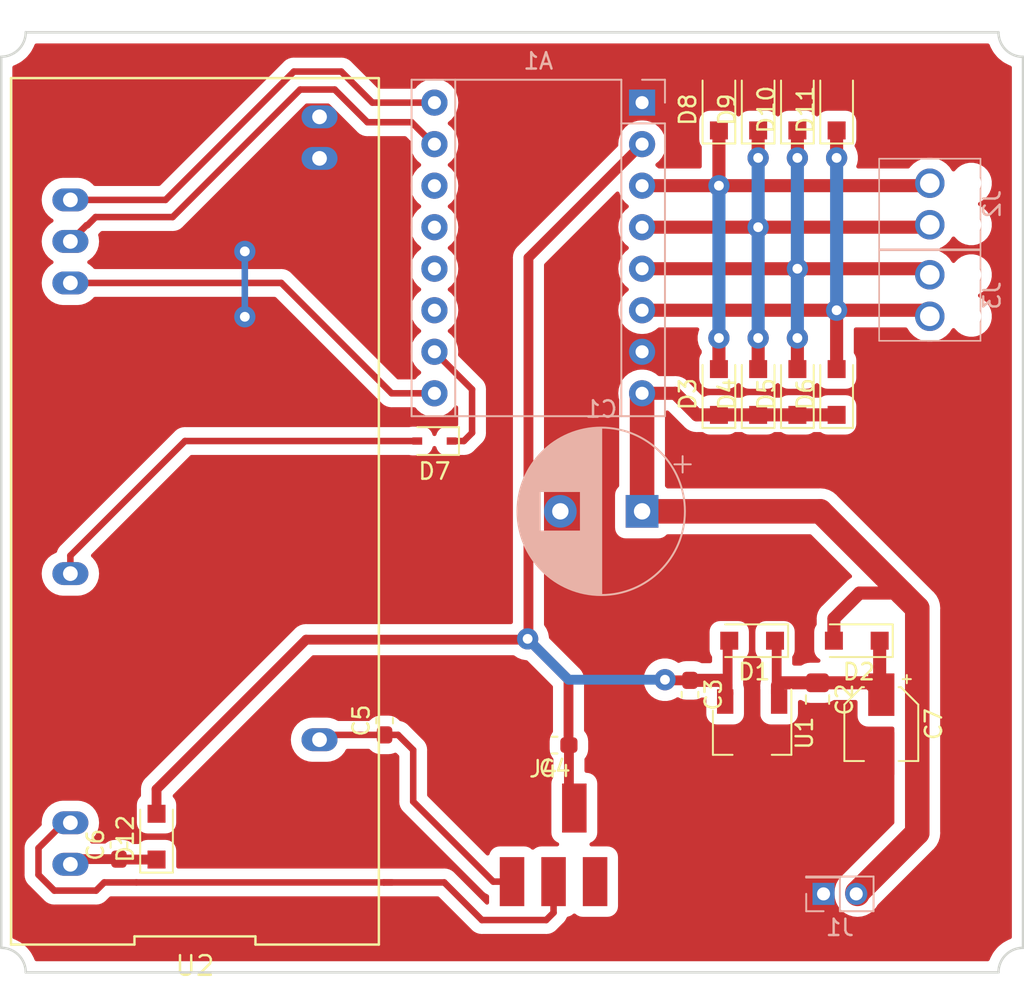
<source format=kicad_pcb>
(kicad_pcb (version 20171130) (host pcbnew "(5.0.0-3-g5ebb6b6)")

  (general
    (thickness 1.6)
    (drawings 8)
    (tracks 146)
    (zones 0)
    (modules 26)
    (nets 21)
  )

  (page A4)
  (layers
    (0 F.Cu signal)
    (31 B.Cu signal)
    (32 B.Adhes user)
    (33 F.Adhes user)
    (34 B.Paste user)
    (35 F.Paste user)
    (36 B.SilkS user)
    (37 F.SilkS user)
    (38 B.Mask user)
    (39 F.Mask user)
    (40 Dwgs.User user)
    (41 Cmts.User user)
    (42 Eco1.User user)
    (43 Eco2.User user)
    (44 Edge.Cuts user)
    (45 Margin user)
    (46 B.CrtYd user)
    (47 F.CrtYd user)
    (48 B.Fab user)
    (49 F.Fab user)
  )

  (setup
    (last_trace_width 0.4)
    (user_trace_width 0.3)
    (user_trace_width 0.6)
    (user_trace_width 0.8)
    (user_trace_width 1)
    (user_trace_width 1.5)
    (user_trace_width 2)
    (user_trace_width 2.5)
    (user_trace_width 3)
    (trace_clearance 0.65)
    (zone_clearance 0.605)
    (zone_45_only no)
    (trace_min 0.3)
    (segment_width 0.15)
    (edge_width 0.15)
    (via_size 1.3)
    (via_drill 0.6)
    (via_min_size 1.3)
    (via_min_drill 0.6)
    (uvia_size 0.3)
    (uvia_drill 0.1)
    (uvias_allowed no)
    (uvia_min_size 0.2)
    (uvia_min_drill 0.1)
    (pcb_text_width 0.3)
    (pcb_text_size 1.5 1.5)
    (mod_edge_width 0.15)
    (mod_text_size 1 1)
    (mod_text_width 0.15)
    (pad_size 1.3 1.3)
    (pad_drill 0.6)
    (pad_to_mask_clearance 0.2)
    (aux_axis_origin 117.7 122.8)
    (visible_elements FFFDFF7F)
    (pcbplotparams
      (layerselection 0x01000_7fffffff)
      (usegerberextensions false)
      (usegerberattributes false)
      (usegerberadvancedattributes false)
      (creategerberjobfile false)
      (excludeedgelayer true)
      (linewidth 0.050000)
      (plotframeref false)
      (viasonmask false)
      (mode 1)
      (useauxorigin true)
      (hpglpennumber 1)
      (hpglpenspeed 20)
      (hpglpendiameter 15.000000)
      (psnegative false)
      (psa4output false)
      (plotreference true)
      (plotvalue true)
      (plotinvisibletext false)
      (padsonsilk false)
      (subtractmaskfromsilk false)
      (outputformat 1)
      (mirror false)
      (drillshape 0)
      (scaleselection 1)
      (outputdirectory "/Users/cc/Documents/GIT_Projekte/Getting_started_with_ROS/Sharp_DistanceSensor/ECAD/MCU_StepperDriverPCB/Gerber/"))
  )

  (net 0 "")
  (net 1 GND)
  (net 2 /STD_En)
  (net 3 +5V)
  (net 4 "Net-(A1-Pad10)")
  (net 5 "Net-(A1-Pad3)")
  (net 6 "Net-(A1-Pad11)")
  (net 7 "Net-(A1-Pad4)")
  (net 8 "Net-(A1-Pad12)")
  (net 9 "Net-(A1-Pad5)")
  (net 10 "Net-(A1-Pad13)")
  (net 11 "Net-(A1-Pad6)")
  (net 12 "Net-(A1-Pad14)")
  (net 13 /STD_Step)
  (net 14 +12V)
  (net 15 /STD_Dir)
  (net 16 "Net-(C2-Pad1)")
  (net 17 /AN_Distance)
  (net 18 "Net-(C6-Pad1)")
  (net 19 "Net-(D7-Pad2)")
  (net 20 /Light_Barrier)

  (net_class Default "Dies ist die voreingestellte Netzklasse."
    (clearance 0.65)
    (trace_width 0.4)
    (via_dia 1.3)
    (via_drill 0.6)
    (uvia_dia 0.3)
    (uvia_drill 0.1)
    (add_net +12V)
    (add_net +5V)
    (add_net /AN_Distance)
    (add_net /Light_Barrier)
    (add_net /STD_Dir)
    (add_net /STD_En)
    (add_net /STD_Step)
    (add_net GND)
    (add_net "Net-(A1-Pad10)")
    (add_net "Net-(A1-Pad11)")
    (add_net "Net-(A1-Pad12)")
    (add_net "Net-(A1-Pad13)")
    (add_net "Net-(A1-Pad14)")
    (add_net "Net-(A1-Pad3)")
    (add_net "Net-(A1-Pad4)")
    (add_net "Net-(A1-Pad5)")
    (add_net "Net-(A1-Pad6)")
    (add_net "Net-(C2-Pad1)")
    (add_net "Net-(C6-Pad1)")
    (add_net "Net-(D7-Pad2)")
  )

  (module SMD_Packages_Millable:SOT-89-3_millable_0.6mm (layer F.Cu) (tedit 5BBF5B03) (tstamp 5BC1F37A)
    (at 164.432582 106.913761 270)
    (descr SOT-89-3)
    (tags SOT-89-3)
    (path /5BBEF1BE)
    (attr smd)
    (fp_text reference U1 (at 0.45 -3.2 270) (layer F.SilkS)
      (effects (font (size 1 1) (thickness 0.15)))
    )
    (fp_text value TA78L05F (at 0.45 3.25 270) (layer F.Fab)
      (effects (font (size 1 1) (thickness 0.15)))
    )
    (fp_text user %R (at 0.38 0) (layer F.Fab)
      (effects (font (size 0.6 0.6) (thickness 0.09)))
    )
    (fp_line (start 1.78 1.2) (end 1.78 2.4) (layer F.SilkS) (width 0.12))
    (fp_line (start 1.78 2.4) (end -0.92 2.4) (layer F.SilkS) (width 0.12))
    (fp_line (start -2.22 -2.4) (end 1.78 -2.4) (layer F.SilkS) (width 0.12))
    (fp_line (start 1.78 -2.4) (end 1.78 -1.2) (layer F.SilkS) (width 0.12))
    (fp_line (start -0.92 -1.51) (end -0.13 -2.3) (layer F.Fab) (width 0.1))
    (fp_line (start 1.68 -2.3) (end 1.68 2.3) (layer F.Fab) (width 0.1))
    (fp_line (start 1.68 2.3) (end -0.92 2.3) (layer F.Fab) (width 0.1))
    (fp_line (start -0.92 2.3) (end -0.92 -1.51) (layer F.Fab) (width 0.1))
    (fp_line (start -0.13 -2.3) (end 1.68 -2.3) (layer F.Fab) (width 0.1))
    (fp_line (start 3.23 -2.55) (end 3.23 2.55) (layer F.CrtYd) (width 0.05))
    (fp_line (start 3.23 -2.55) (end -2.48 -2.55) (layer F.CrtYd) (width 0.05))
    (fp_line (start -2.48 2.55) (end 3.23 2.55) (layer F.CrtYd) (width 0.05))
    (fp_line (start -2.48 2.55) (end -2.48 -2.55) (layer F.CrtYd) (width 0.05))
    (pad 2 smd trapezoid (at 2.667 0 180) (size 1.6 0.85) (rect_delta 0 0.6 ) (layers F.Cu F.Paste F.Mask)
      (net 1 GND))
    (pad 1 smd rect (at -1.48 -1.65 180) (size 1 1.5) (layers F.Cu F.Paste F.Mask)
      (net 16 "Net-(C2-Pad1)"))
    (pad 2 smd rect (at -1.3335 0 180) (size 1 1.8) (layers F.Cu F.Paste F.Mask)
      (net 1 GND))
    (pad 3 smd rect (at -1.48 1.65 180) (size 1 1.5) (layers F.Cu F.Paste F.Mask)
      (net 3 +5V))
    (pad 2 smd rect (at 1.3335 0 180) (size 2.2 1.84) (layers F.Cu F.Paste F.Mask)
      (net 1 GND))
    (pad 2 smd trapezoid (at -0.0762 0) (size 1.5 1) (rect_delta 0 0.7 ) (layers F.Cu F.Paste F.Mask)
      (net 1 GND))
    (model ${KISYS3DMOD}/Package_TO_SOT_SMD.3dshapes/SOT-89-3.wrl
      (at (xyz 0 0 0))
      (scale (xyz 1 1 1))
      (rotate (xyz 0 0 0))
    )
  )

  (module Capacitors_SMD:CP_Elec_4x4.5 (layer F.Cu) (tedit 5A841F9D) (tstamp 5BC1C62A)
    (at 172.332582 106.813761 270)
    (descr "SMT capacitor, aluminium electrolytic, 4x4.5, Nichicon ")
    (tags "Capacitor Electrolytic")
    (path /5BC1B577)
    (attr smd)
    (fp_text reference C7 (at 0 -3.2 270) (layer F.SilkS)
      (effects (font (size 1 1) (thickness 0.15)))
    )
    (fp_text value 4u7/35V (at 0 3.2 270) (layer F.Fab)
      (effects (font (size 1 1) (thickness 0.15)))
    )
    (fp_circle (center 0 0) (end 2 0) (layer F.Fab) (width 0.1))
    (fp_line (start 2.15 -2.15) (end 2.15 2.15) (layer F.Fab) (width 0.1))
    (fp_line (start -1.15 -2.15) (end 2.15 -2.15) (layer F.Fab) (width 0.1))
    (fp_line (start -1.15 2.15) (end 2.15 2.15) (layer F.Fab) (width 0.1))
    (fp_line (start -2.15 -1.15) (end -2.15 1.15) (layer F.Fab) (width 0.1))
    (fp_line (start -2.15 -1.15) (end -1.15 -2.15) (layer F.Fab) (width 0.1))
    (fp_line (start -2.15 1.15) (end -1.15 2.15) (layer F.Fab) (width 0.1))
    (fp_line (start -1.574773 -1) (end -1.174773 -1) (layer F.Fab) (width 0.1))
    (fp_line (start -1.374773 -1.2) (end -1.374773 -0.8) (layer F.Fab) (width 0.1))
    (fp_line (start 2.26 2.26) (end 2.26 1.06) (layer F.SilkS) (width 0.12))
    (fp_line (start 2.26 -2.26) (end 2.26 -1.06) (layer F.SilkS) (width 0.12))
    (fp_line (start -1.195563 -2.26) (end 2.26 -2.26) (layer F.SilkS) (width 0.12))
    (fp_line (start -1.195563 2.26) (end 2.26 2.26) (layer F.SilkS) (width 0.12))
    (fp_line (start -2.26 1.195563) (end -2.26 1.06) (layer F.SilkS) (width 0.12))
    (fp_line (start -2.26 -1.195563) (end -2.26 -1.06) (layer F.SilkS) (width 0.12))
    (fp_line (start -2.26 -1.195563) (end -1.195563 -2.26) (layer F.SilkS) (width 0.12))
    (fp_line (start -2.26 1.195563) (end -1.195563 2.26) (layer F.SilkS) (width 0.12))
    (fp_line (start -3 -1.56) (end -2.5 -1.56) (layer F.SilkS) (width 0.12))
    (fp_line (start -2.75 -1.81) (end -2.75 -1.31) (layer F.SilkS) (width 0.12))
    (fp_line (start 2.4 -2.4) (end 2.4 -1.05) (layer F.CrtYd) (width 0.05))
    (fp_line (start 2.4 -1.05) (end 3.35 -1.05) (layer F.CrtYd) (width 0.05))
    (fp_line (start 3.35 -1.05) (end 3.35 1.05) (layer F.CrtYd) (width 0.05))
    (fp_line (start 3.35 1.05) (end 2.4 1.05) (layer F.CrtYd) (width 0.05))
    (fp_line (start 2.4 1.05) (end 2.4 2.4) (layer F.CrtYd) (width 0.05))
    (fp_line (start -1.25 2.4) (end 2.4 2.4) (layer F.CrtYd) (width 0.05))
    (fp_line (start -1.25 -2.4) (end 2.4 -2.4) (layer F.CrtYd) (width 0.05))
    (fp_line (start -2.4 1.25) (end -1.25 2.4) (layer F.CrtYd) (width 0.05))
    (fp_line (start -2.4 -1.25) (end -1.25 -2.4) (layer F.CrtYd) (width 0.05))
    (fp_line (start -2.4 -1.25) (end -2.4 -1.05) (layer F.CrtYd) (width 0.05))
    (fp_line (start -2.4 1.05) (end -2.4 1.25) (layer F.CrtYd) (width 0.05))
    (fp_line (start -2.4 -1.05) (end -3.35 -1.05) (layer F.CrtYd) (width 0.05))
    (fp_line (start -3.35 -1.05) (end -3.35 1.05) (layer F.CrtYd) (width 0.05))
    (fp_line (start -3.35 1.05) (end -2.4 1.05) (layer F.CrtYd) (width 0.05))
    (fp_text user %R (at 0 0 270) (layer F.Fab)
      (effects (font (size 0.8 0.8) (thickness 0.12)))
    )
    (pad 1 smd rect (at -1.8 0 270) (size 2.6 1.6) (layers F.Cu F.Paste F.Mask)
      (net 16 "Net-(C2-Pad1)"))
    (pad 2 smd rect (at 1.8 0 270) (size 2.6 1.6) (layers F.Cu F.Paste F.Mask)
      (net 1 GND))
    (model ${KISYS3DMOD}/Capacitor_SMD.3dshapes/CP_Elec_4x4.5.wrl
      (at (xyz 0 0 0))
      (scale (xyz 1 1 1))
      (rotate (xyz 0 0 0))
    )
  )

  (module STM32_BluePill:STM32_BluePill_ROS_GS (layer F.Cu) (tedit 5BBF459D) (tstamp 5BC185BD)
    (at 130.35 93.8 90)
    (path /5BC00245)
    (fp_text reference U2 (at -27.8 0 180) (layer F.SilkS)
      (effects (font (size 1.2 1.2) (thickness 0.15)))
    )
    (fp_text value STM32_BluePill_PortView (at 0 0 90) (layer F.Fab)
      (effects (font (size 1.2 1.2) (thickness 0.15)))
    )
    (fp_line (start -26.5 11.25) (end 26.5 11.25) (layer F.SilkS) (width 0.15))
    (fp_line (start 26.5 11.22) (end 26.5 -11.25) (layer F.SilkS) (width 0.15))
    (fp_line (start 26.5 -11.25) (end -26.5 -11.25) (layer F.SilkS) (width 0.15))
    (fp_line (start -26.5 -11.25) (end -26.5 -3.7) (layer F.SilkS) (width 0.15))
    (fp_line (start -26.5 -3.7) (end -26 -3.7) (layer F.SilkS) (width 0.15))
    (fp_line (start -26 -3.7) (end -26 3.7) (layer F.SilkS) (width 0.15))
    (fp_line (start -26 3.7) (end -26.5 3.7) (layer F.SilkS) (width 0.15))
    (fp_line (start -26.5 3.7) (end -26.5 11.25) (layer F.SilkS) (width 0.15))
    (pad 39 thru_hole oval (at -21.59 -7.62 90) (size 1.4 2.2) (drill 0.9) (layers *.Cu *.Mask)
      (net 18 "Net-(C6-Pad1)"))
    (pad 38 thru_hole oval (at -19.05 -7.62 90) (size 1.4 2.2) (drill 0.9) (layers *.Cu *.Mask)
      (net 20 /Light_Barrier))
    (pad 5 thru_hole oval (at -13.97 7.62 90) (size 1.4 2.2) (drill 0.9) (layers *.Cu *.Mask)
      (net 17 /AN_Distance))
    (pad 32 thru_hole oval (at -3.81 -7.62 90) (size 1.4 2.2) (drill 0.9) (layers *.Cu *.Mask)
      (net 19 "Net-(D7-Pad2)"))
    (pad 25 thru_hole oval (at 13.97 -7.62 90) (size 1.4 2.2) (drill 0.9) (layers *.Cu *.Mask)
      (net 2 /STD_En))
    (pad 24 thru_hole oval (at 16.51 -7.62 90) (size 1.4 2.2) (drill 0.9) (layers *.Cu *.Mask)
      (net 13 /STD_Step))
    (pad 23 thru_hole oval (at 19.05 -7.62 90) (size 1.4 2.2) (drill 0.9) (layers *.Cu *.Mask)
      (net 15 /STD_Dir))
    (pad 19 thru_hole oval (at 21.59 7.62 90) (size 1.4 2.2) (drill 0.9) (layers *.Cu *.Mask)
      (net 1 GND))
    (pad 20 thru_hole oval (at 24.13 7.62 90) (size 1.4 2.2) (drill 0.9) (layers *.Cu *.Mask)
      (net 1 GND))
  )

  (module Module:Pololu_Breakout-16_15.2x20.3mm (layer B.Cu) (tedit 58AB602C) (tstamp 5BC11E94)
    (at 157.7 68.8 180)
    (descr "Pololu Breakout 16-pin 15.2x20.3mm 0.6x0.8\\")
    (tags "Pololu Breakout")
    (path /5BBEEFB7)
    (fp_text reference A1 (at 6.35 2.54 180) (layer B.SilkS)
      (effects (font (size 1 1) (thickness 0.15)) (justify mirror))
    )
    (fp_text value Pololu_Breakout_A4988 (at 6.35 -20.17 180) (layer B.Fab)
      (effects (font (size 1 1) (thickness 0.15)) (justify mirror))
    )
    (fp_text user %R (at 6.35 0 180) (layer B.Fab)
      (effects (font (size 1 1) (thickness 0.15)) (justify mirror))
    )
    (fp_line (start 11.43 1.4) (end 11.43 -19.18) (layer B.SilkS) (width 0.12))
    (fp_line (start 1.27 -1.27) (end 1.27 -19.18) (layer B.SilkS) (width 0.12))
    (fp_line (start 0 1.4) (end -1.4 1.4) (layer B.SilkS) (width 0.12))
    (fp_line (start -1.4 1.4) (end -1.4 0) (layer B.SilkS) (width 0.12))
    (fp_line (start 1.27 1.4) (end 1.27 -1.27) (layer B.SilkS) (width 0.12))
    (fp_line (start 1.27 -1.27) (end -1.4 -1.27) (layer B.SilkS) (width 0.12))
    (fp_line (start -1.4 -1.27) (end -1.4 -19.18) (layer B.SilkS) (width 0.12))
    (fp_line (start -1.4 -19.18) (end 14.1 -19.18) (layer B.SilkS) (width 0.12))
    (fp_line (start 14.1 -19.18) (end 14.1 1.4) (layer B.SilkS) (width 0.12))
    (fp_line (start 14.1 1.4) (end 1.27 1.4) (layer B.SilkS) (width 0.12))
    (fp_line (start -1.27 0) (end 0 1.27) (layer B.Fab) (width 0.1))
    (fp_line (start 0 1.27) (end 13.97 1.27) (layer B.Fab) (width 0.1))
    (fp_line (start 13.97 1.27) (end 13.97 -19.05) (layer B.Fab) (width 0.1))
    (fp_line (start 13.97 -19.05) (end -1.27 -19.05) (layer B.Fab) (width 0.1))
    (fp_line (start -1.27 -19.05) (end -1.27 0) (layer B.Fab) (width 0.1))
    (fp_line (start -1.53 1.52) (end 14.21 1.52) (layer B.CrtYd) (width 0.05))
    (fp_line (start -1.53 1.52) (end -1.53 -19.3) (layer B.CrtYd) (width 0.05))
    (fp_line (start 14.21 -19.3) (end 14.21 1.52) (layer B.CrtYd) (width 0.05))
    (fp_line (start 14.21 -19.3) (end -1.53 -19.3) (layer B.CrtYd) (width 0.05))
    (pad 1 thru_hole rect (at 0 0 180) (size 1.6 1.6) (drill 0.8) (layers *.Cu *.Mask)
      (net 1 GND))
    (pad 9 thru_hole oval (at 12.7 -17.78 180) (size 1.6 1.6) (drill 0.8) (layers *.Cu *.Mask)
      (net 2 /STD_En))
    (pad 2 thru_hole oval (at 0 -2.54 180) (size 1.6 1.6) (drill 0.8) (layers *.Cu *.Mask)
      (net 3 +5V))
    (pad 10 thru_hole oval (at 12.7 -15.24 180) (size 1.6 1.6) (drill 0.8) (layers *.Cu *.Mask)
      (net 4 "Net-(A1-Pad10)"))
    (pad 3 thru_hole oval (at 0 -5.08 180) (size 1.6 1.6) (drill 0.8) (layers *.Cu *.Mask)
      (net 5 "Net-(A1-Pad3)"))
    (pad 11 thru_hole oval (at 12.7 -12.7 180) (size 1.6 1.6) (drill 0.8) (layers *.Cu *.Mask)
      (net 6 "Net-(A1-Pad11)"))
    (pad 4 thru_hole oval (at 0 -7.62 180) (size 1.6 1.6) (drill 0.8) (layers *.Cu *.Mask)
      (net 7 "Net-(A1-Pad4)"))
    (pad 12 thru_hole oval (at 12.7 -10.16 180) (size 1.6 1.6) (drill 0.8) (layers *.Cu *.Mask)
      (net 8 "Net-(A1-Pad12)"))
    (pad 5 thru_hole oval (at 0 -10.16 180) (size 1.6 1.6) (drill 0.8) (layers *.Cu *.Mask)
      (net 9 "Net-(A1-Pad5)"))
    (pad 13 thru_hole oval (at 12.7 -7.62 180) (size 1.6 1.6) (drill 0.8) (layers *.Cu *.Mask)
      (net 10 "Net-(A1-Pad13)"))
    (pad 6 thru_hole oval (at 0 -12.7 180) (size 1.6 1.6) (drill 0.8) (layers *.Cu *.Mask)
      (net 11 "Net-(A1-Pad6)"))
    (pad 14 thru_hole oval (at 12.7 -5.08 180) (size 1.6 1.6) (drill 0.8) (layers *.Cu *.Mask)
      (net 12 "Net-(A1-Pad14)"))
    (pad 7 thru_hole oval (at 0 -15.24 180) (size 1.6 1.6) (drill 0.8) (layers *.Cu *.Mask)
      (net 1 GND))
    (pad 15 thru_hole oval (at 12.7 -2.54 180) (size 1.6 1.6) (drill 0.8) (layers *.Cu *.Mask)
      (net 13 /STD_Step))
    (pad 8 thru_hole oval (at 0 -17.78 180) (size 1.6 1.6) (drill 0.8) (layers *.Cu *.Mask)
      (net 14 +12V))
    (pad 16 thru_hole oval (at 12.7 0 180) (size 1.6 1.6) (drill 0.8) (layers *.Cu *.Mask)
      (net 15 /STD_Dir))
    (model ${KISYS3DMOD}/Module.3dshapes/Pololu_Breakout-16_15.2x20.3mm.wrl
      (at (xyz 0 0 0))
      (scale (xyz 1 1 1))
      (rotate (xyz 0 0 0))
    )
  )

  (module Capacitors_THT:CP_Radial_D10.0mm_P5.00mm (layer B.Cu) (tedit 5AE50EF1) (tstamp 5BC0DC14)
    (at 157.7 93.8 180)
    (descr "CP, Radial series, Radial, pin pitch=5.00mm, , diameter=10mm, Electrolytic Capacitor")
    (tags "CP Radial series Radial pin pitch 5.00mm  diameter 10mm Electrolytic Capacitor")
    (path /5BBEF6C5)
    (fp_text reference C1 (at 2.5 6.25 180) (layer B.SilkS)
      (effects (font (size 1 1) (thickness 0.15)) (justify mirror))
    )
    (fp_text value 470u/25V (at 2.5 -6.25 180) (layer B.Fab)
      (effects (font (size 1 1) (thickness 0.15)) (justify mirror))
    )
    (fp_circle (center 2.5 0) (end 7.5 0) (layer B.Fab) (width 0.1))
    (fp_circle (center 2.5 0) (end 7.62 0) (layer B.SilkS) (width 0.12))
    (fp_circle (center 2.5 0) (end 7.75 0) (layer B.CrtYd) (width 0.05))
    (fp_line (start -1.788861 2.1875) (end -0.788861 2.1875) (layer B.Fab) (width 0.1))
    (fp_line (start -1.288861 2.6875) (end -1.288861 1.6875) (layer B.Fab) (width 0.1))
    (fp_line (start 2.5 5.08) (end 2.5 -5.08) (layer B.SilkS) (width 0.12))
    (fp_line (start 2.54 5.08) (end 2.54 -5.08) (layer B.SilkS) (width 0.12))
    (fp_line (start 2.58 5.08) (end 2.58 -5.08) (layer B.SilkS) (width 0.12))
    (fp_line (start 2.62 5.079) (end 2.62 -5.079) (layer B.SilkS) (width 0.12))
    (fp_line (start 2.66 5.078) (end 2.66 -5.078) (layer B.SilkS) (width 0.12))
    (fp_line (start 2.7 5.077) (end 2.7 -5.077) (layer B.SilkS) (width 0.12))
    (fp_line (start 2.74 5.075) (end 2.74 -5.075) (layer B.SilkS) (width 0.12))
    (fp_line (start 2.78 5.073) (end 2.78 -5.073) (layer B.SilkS) (width 0.12))
    (fp_line (start 2.82 5.07) (end 2.82 -5.07) (layer B.SilkS) (width 0.12))
    (fp_line (start 2.86 5.068) (end 2.86 -5.068) (layer B.SilkS) (width 0.12))
    (fp_line (start 2.9 5.065) (end 2.9 -5.065) (layer B.SilkS) (width 0.12))
    (fp_line (start 2.94 5.062) (end 2.94 -5.062) (layer B.SilkS) (width 0.12))
    (fp_line (start 2.98 5.058) (end 2.98 -5.058) (layer B.SilkS) (width 0.12))
    (fp_line (start 3.02 5.054) (end 3.02 -5.054) (layer B.SilkS) (width 0.12))
    (fp_line (start 3.06 5.05) (end 3.06 -5.05) (layer B.SilkS) (width 0.12))
    (fp_line (start 3.1 5.045) (end 3.1 -5.045) (layer B.SilkS) (width 0.12))
    (fp_line (start 3.14 5.04) (end 3.14 -5.04) (layer B.SilkS) (width 0.12))
    (fp_line (start 3.18 5.035) (end 3.18 -5.035) (layer B.SilkS) (width 0.12))
    (fp_line (start 3.221 5.03) (end 3.221 -5.03) (layer B.SilkS) (width 0.12))
    (fp_line (start 3.261 5.024) (end 3.261 -5.024) (layer B.SilkS) (width 0.12))
    (fp_line (start 3.301 5.018) (end 3.301 -5.018) (layer B.SilkS) (width 0.12))
    (fp_line (start 3.341 5.011) (end 3.341 -5.011) (layer B.SilkS) (width 0.12))
    (fp_line (start 3.381 5.004) (end 3.381 -5.004) (layer B.SilkS) (width 0.12))
    (fp_line (start 3.421 4.997) (end 3.421 -4.997) (layer B.SilkS) (width 0.12))
    (fp_line (start 3.461 4.99) (end 3.461 -4.99) (layer B.SilkS) (width 0.12))
    (fp_line (start 3.501 4.982) (end 3.501 -4.982) (layer B.SilkS) (width 0.12))
    (fp_line (start 3.541 4.974) (end 3.541 -4.974) (layer B.SilkS) (width 0.12))
    (fp_line (start 3.581 4.965) (end 3.581 -4.965) (layer B.SilkS) (width 0.12))
    (fp_line (start 3.621 4.956) (end 3.621 -4.956) (layer B.SilkS) (width 0.12))
    (fp_line (start 3.661 4.947) (end 3.661 -4.947) (layer B.SilkS) (width 0.12))
    (fp_line (start 3.701 4.938) (end 3.701 -4.938) (layer B.SilkS) (width 0.12))
    (fp_line (start 3.741 4.928) (end 3.741 -4.928) (layer B.SilkS) (width 0.12))
    (fp_line (start 3.781 4.918) (end 3.781 1.241) (layer B.SilkS) (width 0.12))
    (fp_line (start 3.781 -1.241) (end 3.781 -4.918) (layer B.SilkS) (width 0.12))
    (fp_line (start 3.821 4.907) (end 3.821 1.241) (layer B.SilkS) (width 0.12))
    (fp_line (start 3.821 -1.241) (end 3.821 -4.907) (layer B.SilkS) (width 0.12))
    (fp_line (start 3.861 4.897) (end 3.861 1.241) (layer B.SilkS) (width 0.12))
    (fp_line (start 3.861 -1.241) (end 3.861 -4.897) (layer B.SilkS) (width 0.12))
    (fp_line (start 3.901 4.885) (end 3.901 1.241) (layer B.SilkS) (width 0.12))
    (fp_line (start 3.901 -1.241) (end 3.901 -4.885) (layer B.SilkS) (width 0.12))
    (fp_line (start 3.941 4.874) (end 3.941 1.241) (layer B.SilkS) (width 0.12))
    (fp_line (start 3.941 -1.241) (end 3.941 -4.874) (layer B.SilkS) (width 0.12))
    (fp_line (start 3.981 4.862) (end 3.981 1.241) (layer B.SilkS) (width 0.12))
    (fp_line (start 3.981 -1.241) (end 3.981 -4.862) (layer B.SilkS) (width 0.12))
    (fp_line (start 4.021 4.85) (end 4.021 1.241) (layer B.SilkS) (width 0.12))
    (fp_line (start 4.021 -1.241) (end 4.021 -4.85) (layer B.SilkS) (width 0.12))
    (fp_line (start 4.061 4.837) (end 4.061 1.241) (layer B.SilkS) (width 0.12))
    (fp_line (start 4.061 -1.241) (end 4.061 -4.837) (layer B.SilkS) (width 0.12))
    (fp_line (start 4.101 4.824) (end 4.101 1.241) (layer B.SilkS) (width 0.12))
    (fp_line (start 4.101 -1.241) (end 4.101 -4.824) (layer B.SilkS) (width 0.12))
    (fp_line (start 4.141 4.811) (end 4.141 1.241) (layer B.SilkS) (width 0.12))
    (fp_line (start 4.141 -1.241) (end 4.141 -4.811) (layer B.SilkS) (width 0.12))
    (fp_line (start 4.181 4.797) (end 4.181 1.241) (layer B.SilkS) (width 0.12))
    (fp_line (start 4.181 -1.241) (end 4.181 -4.797) (layer B.SilkS) (width 0.12))
    (fp_line (start 4.221 4.783) (end 4.221 1.241) (layer B.SilkS) (width 0.12))
    (fp_line (start 4.221 -1.241) (end 4.221 -4.783) (layer B.SilkS) (width 0.12))
    (fp_line (start 4.261 4.768) (end 4.261 1.241) (layer B.SilkS) (width 0.12))
    (fp_line (start 4.261 -1.241) (end 4.261 -4.768) (layer B.SilkS) (width 0.12))
    (fp_line (start 4.301 4.754) (end 4.301 1.241) (layer B.SilkS) (width 0.12))
    (fp_line (start 4.301 -1.241) (end 4.301 -4.754) (layer B.SilkS) (width 0.12))
    (fp_line (start 4.341 4.738) (end 4.341 1.241) (layer B.SilkS) (width 0.12))
    (fp_line (start 4.341 -1.241) (end 4.341 -4.738) (layer B.SilkS) (width 0.12))
    (fp_line (start 4.381 4.723) (end 4.381 1.241) (layer B.SilkS) (width 0.12))
    (fp_line (start 4.381 -1.241) (end 4.381 -4.723) (layer B.SilkS) (width 0.12))
    (fp_line (start 4.421 4.707) (end 4.421 1.241) (layer B.SilkS) (width 0.12))
    (fp_line (start 4.421 -1.241) (end 4.421 -4.707) (layer B.SilkS) (width 0.12))
    (fp_line (start 4.461 4.69) (end 4.461 1.241) (layer B.SilkS) (width 0.12))
    (fp_line (start 4.461 -1.241) (end 4.461 -4.69) (layer B.SilkS) (width 0.12))
    (fp_line (start 4.501 4.674) (end 4.501 1.241) (layer B.SilkS) (width 0.12))
    (fp_line (start 4.501 -1.241) (end 4.501 -4.674) (layer B.SilkS) (width 0.12))
    (fp_line (start 4.541 4.657) (end 4.541 1.241) (layer B.SilkS) (width 0.12))
    (fp_line (start 4.541 -1.241) (end 4.541 -4.657) (layer B.SilkS) (width 0.12))
    (fp_line (start 4.581 4.639) (end 4.581 1.241) (layer B.SilkS) (width 0.12))
    (fp_line (start 4.581 -1.241) (end 4.581 -4.639) (layer B.SilkS) (width 0.12))
    (fp_line (start 4.621 4.621) (end 4.621 1.241) (layer B.SilkS) (width 0.12))
    (fp_line (start 4.621 -1.241) (end 4.621 -4.621) (layer B.SilkS) (width 0.12))
    (fp_line (start 4.661 4.603) (end 4.661 1.241) (layer B.SilkS) (width 0.12))
    (fp_line (start 4.661 -1.241) (end 4.661 -4.603) (layer B.SilkS) (width 0.12))
    (fp_line (start 4.701 4.584) (end 4.701 1.241) (layer B.SilkS) (width 0.12))
    (fp_line (start 4.701 -1.241) (end 4.701 -4.584) (layer B.SilkS) (width 0.12))
    (fp_line (start 4.741 4.564) (end 4.741 1.241) (layer B.SilkS) (width 0.12))
    (fp_line (start 4.741 -1.241) (end 4.741 -4.564) (layer B.SilkS) (width 0.12))
    (fp_line (start 4.781 4.545) (end 4.781 1.241) (layer B.SilkS) (width 0.12))
    (fp_line (start 4.781 -1.241) (end 4.781 -4.545) (layer B.SilkS) (width 0.12))
    (fp_line (start 4.821 4.525) (end 4.821 1.241) (layer B.SilkS) (width 0.12))
    (fp_line (start 4.821 -1.241) (end 4.821 -4.525) (layer B.SilkS) (width 0.12))
    (fp_line (start 4.861 4.504) (end 4.861 1.241) (layer B.SilkS) (width 0.12))
    (fp_line (start 4.861 -1.241) (end 4.861 -4.504) (layer B.SilkS) (width 0.12))
    (fp_line (start 4.901 4.483) (end 4.901 1.241) (layer B.SilkS) (width 0.12))
    (fp_line (start 4.901 -1.241) (end 4.901 -4.483) (layer B.SilkS) (width 0.12))
    (fp_line (start 4.941 4.462) (end 4.941 1.241) (layer B.SilkS) (width 0.12))
    (fp_line (start 4.941 -1.241) (end 4.941 -4.462) (layer B.SilkS) (width 0.12))
    (fp_line (start 4.981 4.44) (end 4.981 1.241) (layer B.SilkS) (width 0.12))
    (fp_line (start 4.981 -1.241) (end 4.981 -4.44) (layer B.SilkS) (width 0.12))
    (fp_line (start 5.021 4.417) (end 5.021 1.241) (layer B.SilkS) (width 0.12))
    (fp_line (start 5.021 -1.241) (end 5.021 -4.417) (layer B.SilkS) (width 0.12))
    (fp_line (start 5.061 4.395) (end 5.061 1.241) (layer B.SilkS) (width 0.12))
    (fp_line (start 5.061 -1.241) (end 5.061 -4.395) (layer B.SilkS) (width 0.12))
    (fp_line (start 5.101 4.371) (end 5.101 1.241) (layer B.SilkS) (width 0.12))
    (fp_line (start 5.101 -1.241) (end 5.101 -4.371) (layer B.SilkS) (width 0.12))
    (fp_line (start 5.141 4.347) (end 5.141 1.241) (layer B.SilkS) (width 0.12))
    (fp_line (start 5.141 -1.241) (end 5.141 -4.347) (layer B.SilkS) (width 0.12))
    (fp_line (start 5.181 4.323) (end 5.181 1.241) (layer B.SilkS) (width 0.12))
    (fp_line (start 5.181 -1.241) (end 5.181 -4.323) (layer B.SilkS) (width 0.12))
    (fp_line (start 5.221 4.298) (end 5.221 1.241) (layer B.SilkS) (width 0.12))
    (fp_line (start 5.221 -1.241) (end 5.221 -4.298) (layer B.SilkS) (width 0.12))
    (fp_line (start 5.261 4.273) (end 5.261 1.241) (layer B.SilkS) (width 0.12))
    (fp_line (start 5.261 -1.241) (end 5.261 -4.273) (layer B.SilkS) (width 0.12))
    (fp_line (start 5.301 4.247) (end 5.301 1.241) (layer B.SilkS) (width 0.12))
    (fp_line (start 5.301 -1.241) (end 5.301 -4.247) (layer B.SilkS) (width 0.12))
    (fp_line (start 5.341 4.221) (end 5.341 1.241) (layer B.SilkS) (width 0.12))
    (fp_line (start 5.341 -1.241) (end 5.341 -4.221) (layer B.SilkS) (width 0.12))
    (fp_line (start 5.381 4.194) (end 5.381 1.241) (layer B.SilkS) (width 0.12))
    (fp_line (start 5.381 -1.241) (end 5.381 -4.194) (layer B.SilkS) (width 0.12))
    (fp_line (start 5.421 4.166) (end 5.421 1.241) (layer B.SilkS) (width 0.12))
    (fp_line (start 5.421 -1.241) (end 5.421 -4.166) (layer B.SilkS) (width 0.12))
    (fp_line (start 5.461 4.138) (end 5.461 1.241) (layer B.SilkS) (width 0.12))
    (fp_line (start 5.461 -1.241) (end 5.461 -4.138) (layer B.SilkS) (width 0.12))
    (fp_line (start 5.501 4.11) (end 5.501 1.241) (layer B.SilkS) (width 0.12))
    (fp_line (start 5.501 -1.241) (end 5.501 -4.11) (layer B.SilkS) (width 0.12))
    (fp_line (start 5.541 4.08) (end 5.541 1.241) (layer B.SilkS) (width 0.12))
    (fp_line (start 5.541 -1.241) (end 5.541 -4.08) (layer B.SilkS) (width 0.12))
    (fp_line (start 5.581 4.05) (end 5.581 1.241) (layer B.SilkS) (width 0.12))
    (fp_line (start 5.581 -1.241) (end 5.581 -4.05) (layer B.SilkS) (width 0.12))
    (fp_line (start 5.621 4.02) (end 5.621 1.241) (layer B.SilkS) (width 0.12))
    (fp_line (start 5.621 -1.241) (end 5.621 -4.02) (layer B.SilkS) (width 0.12))
    (fp_line (start 5.661 3.989) (end 5.661 1.241) (layer B.SilkS) (width 0.12))
    (fp_line (start 5.661 -1.241) (end 5.661 -3.989) (layer B.SilkS) (width 0.12))
    (fp_line (start 5.701 3.957) (end 5.701 1.241) (layer B.SilkS) (width 0.12))
    (fp_line (start 5.701 -1.241) (end 5.701 -3.957) (layer B.SilkS) (width 0.12))
    (fp_line (start 5.741 3.925) (end 5.741 1.241) (layer B.SilkS) (width 0.12))
    (fp_line (start 5.741 -1.241) (end 5.741 -3.925) (layer B.SilkS) (width 0.12))
    (fp_line (start 5.781 3.892) (end 5.781 1.241) (layer B.SilkS) (width 0.12))
    (fp_line (start 5.781 -1.241) (end 5.781 -3.892) (layer B.SilkS) (width 0.12))
    (fp_line (start 5.821 3.858) (end 5.821 1.241) (layer B.SilkS) (width 0.12))
    (fp_line (start 5.821 -1.241) (end 5.821 -3.858) (layer B.SilkS) (width 0.12))
    (fp_line (start 5.861 3.824) (end 5.861 1.241) (layer B.SilkS) (width 0.12))
    (fp_line (start 5.861 -1.241) (end 5.861 -3.824) (layer B.SilkS) (width 0.12))
    (fp_line (start 5.901 3.789) (end 5.901 1.241) (layer B.SilkS) (width 0.12))
    (fp_line (start 5.901 -1.241) (end 5.901 -3.789) (layer B.SilkS) (width 0.12))
    (fp_line (start 5.941 3.753) (end 5.941 1.241) (layer B.SilkS) (width 0.12))
    (fp_line (start 5.941 -1.241) (end 5.941 -3.753) (layer B.SilkS) (width 0.12))
    (fp_line (start 5.981 3.716) (end 5.981 1.241) (layer B.SilkS) (width 0.12))
    (fp_line (start 5.981 -1.241) (end 5.981 -3.716) (layer B.SilkS) (width 0.12))
    (fp_line (start 6.021 3.679) (end 6.021 1.241) (layer B.SilkS) (width 0.12))
    (fp_line (start 6.021 -1.241) (end 6.021 -3.679) (layer B.SilkS) (width 0.12))
    (fp_line (start 6.061 3.64) (end 6.061 1.241) (layer B.SilkS) (width 0.12))
    (fp_line (start 6.061 -1.241) (end 6.061 -3.64) (layer B.SilkS) (width 0.12))
    (fp_line (start 6.101 3.601) (end 6.101 1.241) (layer B.SilkS) (width 0.12))
    (fp_line (start 6.101 -1.241) (end 6.101 -3.601) (layer B.SilkS) (width 0.12))
    (fp_line (start 6.141 3.561) (end 6.141 1.241) (layer B.SilkS) (width 0.12))
    (fp_line (start 6.141 -1.241) (end 6.141 -3.561) (layer B.SilkS) (width 0.12))
    (fp_line (start 6.181 3.52) (end 6.181 1.241) (layer B.SilkS) (width 0.12))
    (fp_line (start 6.181 -1.241) (end 6.181 -3.52) (layer B.SilkS) (width 0.12))
    (fp_line (start 6.221 3.478) (end 6.221 1.241) (layer B.SilkS) (width 0.12))
    (fp_line (start 6.221 -1.241) (end 6.221 -3.478) (layer B.SilkS) (width 0.12))
    (fp_line (start 6.261 3.436) (end 6.261 -3.436) (layer B.SilkS) (width 0.12))
    (fp_line (start 6.301 3.392) (end 6.301 -3.392) (layer B.SilkS) (width 0.12))
    (fp_line (start 6.341 3.347) (end 6.341 -3.347) (layer B.SilkS) (width 0.12))
    (fp_line (start 6.381 3.301) (end 6.381 -3.301) (layer B.SilkS) (width 0.12))
    (fp_line (start 6.421 3.254) (end 6.421 -3.254) (layer B.SilkS) (width 0.12))
    (fp_line (start 6.461 3.206) (end 6.461 -3.206) (layer B.SilkS) (width 0.12))
    (fp_line (start 6.501 3.156) (end 6.501 -3.156) (layer B.SilkS) (width 0.12))
    (fp_line (start 6.541 3.106) (end 6.541 -3.106) (layer B.SilkS) (width 0.12))
    (fp_line (start 6.581 3.054) (end 6.581 -3.054) (layer B.SilkS) (width 0.12))
    (fp_line (start 6.621 3) (end 6.621 -3) (layer B.SilkS) (width 0.12))
    (fp_line (start 6.661 2.945) (end 6.661 -2.945) (layer B.SilkS) (width 0.12))
    (fp_line (start 6.701 2.889) (end 6.701 -2.889) (layer B.SilkS) (width 0.12))
    (fp_line (start 6.741 2.83) (end 6.741 -2.83) (layer B.SilkS) (width 0.12))
    (fp_line (start 6.781 2.77) (end 6.781 -2.77) (layer B.SilkS) (width 0.12))
    (fp_line (start 6.821 2.709) (end 6.821 -2.709) (layer B.SilkS) (width 0.12))
    (fp_line (start 6.861 2.645) (end 6.861 -2.645) (layer B.SilkS) (width 0.12))
    (fp_line (start 6.901 2.579) (end 6.901 -2.579) (layer B.SilkS) (width 0.12))
    (fp_line (start 6.941 2.51) (end 6.941 -2.51) (layer B.SilkS) (width 0.12))
    (fp_line (start 6.981 2.439) (end 6.981 -2.439) (layer B.SilkS) (width 0.12))
    (fp_line (start 7.021 2.365) (end 7.021 -2.365) (layer B.SilkS) (width 0.12))
    (fp_line (start 7.061 2.289) (end 7.061 -2.289) (layer B.SilkS) (width 0.12))
    (fp_line (start 7.101 2.209) (end 7.101 -2.209) (layer B.SilkS) (width 0.12))
    (fp_line (start 7.141 2.125) (end 7.141 -2.125) (layer B.SilkS) (width 0.12))
    (fp_line (start 7.181 2.037) (end 7.181 -2.037) (layer B.SilkS) (width 0.12))
    (fp_line (start 7.221 1.944) (end 7.221 -1.944) (layer B.SilkS) (width 0.12))
    (fp_line (start 7.261 1.846) (end 7.261 -1.846) (layer B.SilkS) (width 0.12))
    (fp_line (start 7.301 1.742) (end 7.301 -1.742) (layer B.SilkS) (width 0.12))
    (fp_line (start 7.341 1.63) (end 7.341 -1.63) (layer B.SilkS) (width 0.12))
    (fp_line (start 7.381 1.51) (end 7.381 -1.51) (layer B.SilkS) (width 0.12))
    (fp_line (start 7.421 1.378) (end 7.421 -1.378) (layer B.SilkS) (width 0.12))
    (fp_line (start 7.461 1.23) (end 7.461 -1.23) (layer B.SilkS) (width 0.12))
    (fp_line (start 7.501 1.062) (end 7.501 -1.062) (layer B.SilkS) (width 0.12))
    (fp_line (start 7.541 0.862) (end 7.541 -0.862) (layer B.SilkS) (width 0.12))
    (fp_line (start 7.581 0.599) (end 7.581 -0.599) (layer B.SilkS) (width 0.12))
    (fp_line (start -2.979646 2.875) (end -1.979646 2.875) (layer B.SilkS) (width 0.12))
    (fp_line (start -2.479646 3.375) (end -2.479646 2.375) (layer B.SilkS) (width 0.12))
    (fp_text user %R (at 1.9 3.3 180) (layer B.Fab)
      (effects (font (size 1 1) (thickness 0.15)) (justify mirror))
    )
    (pad 1 thru_hole rect (at 0 0 180) (size 2 2) (drill 1) (layers *.Cu *.Mask)
      (net 14 +12V))
    (pad 2 thru_hole circle (at 5 0 180) (size 2 2) (drill 1) (layers *.Cu *.Mask)
      (net 1 GND))
    (model ${KISYS3DMOD}/Capacitor_THT.3dshapes/CP_Radial_D10.0mm_P5.00mm.wrl
      (at (xyz 0 0 0))
      (scale (xyz 1 1 1))
      (rotate (xyz 0 0 0))
    )
  )

  (module Capacitors_SMD:C_0805_2012Metric_Pad1.15x1.40mm_HandSolder (layer F.Cu) (tedit 5B36C52B) (tstamp 5BC0DE4A)
    (at 168.432582 105.313761 270)
    (descr "Capacitor SMD 0805 (2012 Metric), square (rectangular) end terminal, IPC_7351 nominal with elongated pad for handsoldering. (Body size source: https://docs.google.com/spreadsheets/d/1BsfQQcO9C6DZCsRaXUlFlo91Tg2WpOkGARC1WS5S8t0/edit?usp=sharing), generated with kicad-footprint-generator")
    (tags "capacitor handsolder")
    (path /5BBEF91E)
    (attr smd)
    (fp_text reference C2 (at 0 -1.65 270) (layer F.SilkS)
      (effects (font (size 1 1) (thickness 0.15)))
    )
    (fp_text value 1u (at 0 1.65 270) (layer F.Fab)
      (effects (font (size 1 1) (thickness 0.15)))
    )
    (fp_line (start -1 0.6) (end -1 -0.6) (layer F.Fab) (width 0.1))
    (fp_line (start -1 -0.6) (end 1 -0.6) (layer F.Fab) (width 0.1))
    (fp_line (start 1 -0.6) (end 1 0.6) (layer F.Fab) (width 0.1))
    (fp_line (start 1 0.6) (end -1 0.6) (layer F.Fab) (width 0.1))
    (fp_line (start -0.261252 -0.71) (end 0.261252 -0.71) (layer F.SilkS) (width 0.12))
    (fp_line (start -0.261252 0.71) (end 0.261252 0.71) (layer F.SilkS) (width 0.12))
    (fp_line (start -1.85 0.95) (end -1.85 -0.95) (layer F.CrtYd) (width 0.05))
    (fp_line (start -1.85 -0.95) (end 1.85 -0.95) (layer F.CrtYd) (width 0.05))
    (fp_line (start 1.85 -0.95) (end 1.85 0.95) (layer F.CrtYd) (width 0.05))
    (fp_line (start 1.85 0.95) (end -1.85 0.95) (layer F.CrtYd) (width 0.05))
    (fp_text user %R (at 0 0 270) (layer F.Fab)
      (effects (font (size 0.5 0.5) (thickness 0.08)))
    )
    (pad 1 smd roundrect (at -1.025 0 270) (size 1.15 1.4) (layers F.Cu F.Paste F.Mask) (roundrect_rratio 0.217391)
      (net 16 "Net-(C2-Pad1)"))
    (pad 2 smd roundrect (at 1.025 0 270) (size 1.15 1.4) (layers F.Cu F.Paste F.Mask) (roundrect_rratio 0.217391)
      (net 1 GND))
    (model ${KISYS3DMOD}/Capacitor_SMD.3dshapes/C_0805_2012Metric.wrl
      (at (xyz 0 0 0))
      (scale (xyz 1 1 1))
      (rotate (xyz 0 0 0))
    )
  )

  (module Capacitors_SMD:C_0603_1608Metric_Pad1.05x0.95mm_HandSolder (layer F.Cu) (tedit 5B301BBE) (tstamp 5BC0DE1A)
    (at 160.632582 105.013761 270)
    (descr "Capacitor SMD 0603 (1608 Metric), square (rectangular) end terminal, IPC_7351 nominal with elongated pad for handsoldering. (Body size source: http://www.tortai-tech.com/upload/download/2011102023233369053.pdf), generated with kicad-footprint-generator")
    (tags "capacitor handsolder")
    (path /5BBEF95D)
    (attr smd)
    (fp_text reference C3 (at 0 -1.43 270) (layer F.SilkS)
      (effects (font (size 1 1) (thickness 0.15)))
    )
    (fp_text value 100n (at 0 1.43 270) (layer F.Fab)
      (effects (font (size 1 1) (thickness 0.15)))
    )
    (fp_line (start -0.8 0.4) (end -0.8 -0.4) (layer F.Fab) (width 0.1))
    (fp_line (start -0.8 -0.4) (end 0.8 -0.4) (layer F.Fab) (width 0.1))
    (fp_line (start 0.8 -0.4) (end 0.8 0.4) (layer F.Fab) (width 0.1))
    (fp_line (start 0.8 0.4) (end -0.8 0.4) (layer F.Fab) (width 0.1))
    (fp_line (start -0.171267 -0.51) (end 0.171267 -0.51) (layer F.SilkS) (width 0.12))
    (fp_line (start -0.171267 0.51) (end 0.171267 0.51) (layer F.SilkS) (width 0.12))
    (fp_line (start -1.65 0.73) (end -1.65 -0.73) (layer F.CrtYd) (width 0.05))
    (fp_line (start -1.65 -0.73) (end 1.65 -0.73) (layer F.CrtYd) (width 0.05))
    (fp_line (start 1.65 -0.73) (end 1.65 0.73) (layer F.CrtYd) (width 0.05))
    (fp_line (start 1.65 0.73) (end -1.65 0.73) (layer F.CrtYd) (width 0.05))
    (fp_text user %R (at 0 0 270) (layer F.Fab)
      (effects (font (size 0.4 0.4) (thickness 0.06)))
    )
    (pad 1 smd roundrect (at -0.875 0 270) (size 1.05 0.95) (layers F.Cu F.Paste F.Mask) (roundrect_rratio 0.25)
      (net 3 +5V))
    (pad 2 smd roundrect (at 0.875 0 270) (size 1.05 0.95) (layers F.Cu F.Paste F.Mask) (roundrect_rratio 0.25)
      (net 1 GND))
    (model ${KISYS3DMOD}/Capacitor_SMD.3dshapes/C_0603_1608Metric.wrl
      (at (xyz 0 0 0))
      (scale (xyz 1 1 1))
      (rotate (xyz 0 0 0))
    )
  )

  (module Capacitors_SMD:C_0603_1608Metric_Pad1.05x0.95mm_HandSolder (layer F.Cu) (tedit 5B301BBE) (tstamp 5BC0DDEA)
    (at 152.35 108.1 180)
    (descr "Capacitor SMD 0603 (1608 Metric), square (rectangular) end terminal, IPC_7351 nominal with elongated pad for handsoldering. (Body size source: http://www.tortai-tech.com/upload/download/2011102023233369053.pdf), generated with kicad-footprint-generator")
    (tags "capacitor handsolder")
    (path /5BC55F4B)
    (attr smd)
    (fp_text reference C4 (at 0 -1.43 180) (layer F.SilkS)
      (effects (font (size 1 1) (thickness 0.15)))
    )
    (fp_text value 100n (at 0 1.43 180) (layer F.Fab)
      (effects (font (size 1 1) (thickness 0.15)))
    )
    (fp_text user %R (at 0 0 180) (layer F.Fab)
      (effects (font (size 0.4 0.4) (thickness 0.06)))
    )
    (fp_line (start 1.65 0.73) (end -1.65 0.73) (layer F.CrtYd) (width 0.05))
    (fp_line (start 1.65 -0.73) (end 1.65 0.73) (layer F.CrtYd) (width 0.05))
    (fp_line (start -1.65 -0.73) (end 1.65 -0.73) (layer F.CrtYd) (width 0.05))
    (fp_line (start -1.65 0.73) (end -1.65 -0.73) (layer F.CrtYd) (width 0.05))
    (fp_line (start -0.171267 0.51) (end 0.171267 0.51) (layer F.SilkS) (width 0.12))
    (fp_line (start -0.171267 -0.51) (end 0.171267 -0.51) (layer F.SilkS) (width 0.12))
    (fp_line (start 0.8 0.4) (end -0.8 0.4) (layer F.Fab) (width 0.1))
    (fp_line (start 0.8 -0.4) (end 0.8 0.4) (layer F.Fab) (width 0.1))
    (fp_line (start -0.8 -0.4) (end 0.8 -0.4) (layer F.Fab) (width 0.1))
    (fp_line (start -0.8 0.4) (end -0.8 -0.4) (layer F.Fab) (width 0.1))
    (pad 2 smd roundrect (at 0.875 0 180) (size 1.05 0.95) (layers F.Cu F.Paste F.Mask) (roundrect_rratio 0.25)
      (net 1 GND))
    (pad 1 smd roundrect (at -0.875 0 180) (size 1.05 0.95) (layers F.Cu F.Paste F.Mask) (roundrect_rratio 0.25)
      (net 3 +5V))
    (model ${KISYS3DMOD}/Capacitor_SMD.3dshapes/C_0603_1608Metric.wrl
      (at (xyz 0 0 0))
      (scale (xyz 1 1 1))
      (rotate (xyz 0 0 0))
    )
  )

  (module Capacitors_SMD:C_0603_1608Metric_Pad1.05x0.95mm_HandSolder (layer F.Cu) (tedit 5B301BBE) (tstamp 5BC0DDBA)
    (at 141.95 106.6 90)
    (descr "Capacitor SMD 0603 (1608 Metric), square (rectangular) end terminal, IPC_7351 nominal with elongated pad for handsoldering. (Body size source: http://www.tortai-tech.com/upload/download/2011102023233369053.pdf), generated with kicad-footprint-generator")
    (tags "capacitor handsolder")
    (path /5BC020FB)
    (attr smd)
    (fp_text reference C5 (at 0 -1.43 90) (layer F.SilkS)
      (effects (font (size 1 1) (thickness 0.15)))
    )
    (fp_text value 100n (at 0 1.43 90) (layer F.Fab)
      (effects (font (size 1 1) (thickness 0.15)))
    )
    (fp_line (start -0.8 0.4) (end -0.8 -0.4) (layer F.Fab) (width 0.1))
    (fp_line (start -0.8 -0.4) (end 0.8 -0.4) (layer F.Fab) (width 0.1))
    (fp_line (start 0.8 -0.4) (end 0.8 0.4) (layer F.Fab) (width 0.1))
    (fp_line (start 0.8 0.4) (end -0.8 0.4) (layer F.Fab) (width 0.1))
    (fp_line (start -0.171267 -0.51) (end 0.171267 -0.51) (layer F.SilkS) (width 0.12))
    (fp_line (start -0.171267 0.51) (end 0.171267 0.51) (layer F.SilkS) (width 0.12))
    (fp_line (start -1.65 0.73) (end -1.65 -0.73) (layer F.CrtYd) (width 0.05))
    (fp_line (start -1.65 -0.73) (end 1.65 -0.73) (layer F.CrtYd) (width 0.05))
    (fp_line (start 1.65 -0.73) (end 1.65 0.73) (layer F.CrtYd) (width 0.05))
    (fp_line (start 1.65 0.73) (end -1.65 0.73) (layer F.CrtYd) (width 0.05))
    (fp_text user %R (at 0 0 90) (layer F.Fab)
      (effects (font (size 0.4 0.4) (thickness 0.06)))
    )
    (pad 1 smd roundrect (at -0.875 0 90) (size 1.05 0.95) (layers F.Cu F.Paste F.Mask) (roundrect_rratio 0.25)
      (net 17 /AN_Distance))
    (pad 2 smd roundrect (at 0.875 0 90) (size 1.05 0.95) (layers F.Cu F.Paste F.Mask) (roundrect_rratio 0.25)
      (net 1 GND))
    (model ${KISYS3DMOD}/Capacitor_SMD.3dshapes/C_0603_1608Metric.wrl
      (at (xyz 0 0 0))
      (scale (xyz 1 1 1))
      (rotate (xyz 0 0 0))
    )
  )

  (module Capacitors_SMD:C_0603_1608Metric_Pad1.05x0.95mm_HandSolder (layer F.Cu) (tedit 5B301BBE) (tstamp 5BC0DE7A)
    (at 125.7 114.2 90)
    (descr "Capacitor SMD 0603 (1608 Metric), square (rectangular) end terminal, IPC_7351 nominal with elongated pad for handsoldering. (Body size source: http://www.tortai-tech.com/upload/download/2011102023233369053.pdf), generated with kicad-footprint-generator")
    (tags "capacitor handsolder")
    (path /5BC0203D)
    (attr smd)
    (fp_text reference C6 (at 0 -1.43 90) (layer F.SilkS)
      (effects (font (size 1 1) (thickness 0.15)))
    )
    (fp_text value 100n (at 0 1.43 90) (layer F.Fab)
      (effects (font (size 1 1) (thickness 0.15)))
    )
    (fp_text user %R (at 0 0 90) (layer F.Fab)
      (effects (font (size 0.4 0.4) (thickness 0.06)))
    )
    (fp_line (start 1.65 0.73) (end -1.65 0.73) (layer F.CrtYd) (width 0.05))
    (fp_line (start 1.65 -0.73) (end 1.65 0.73) (layer F.CrtYd) (width 0.05))
    (fp_line (start -1.65 -0.73) (end 1.65 -0.73) (layer F.CrtYd) (width 0.05))
    (fp_line (start -1.65 0.73) (end -1.65 -0.73) (layer F.CrtYd) (width 0.05))
    (fp_line (start -0.171267 0.51) (end 0.171267 0.51) (layer F.SilkS) (width 0.12))
    (fp_line (start -0.171267 -0.51) (end 0.171267 -0.51) (layer F.SilkS) (width 0.12))
    (fp_line (start 0.8 0.4) (end -0.8 0.4) (layer F.Fab) (width 0.1))
    (fp_line (start 0.8 -0.4) (end 0.8 0.4) (layer F.Fab) (width 0.1))
    (fp_line (start -0.8 -0.4) (end 0.8 -0.4) (layer F.Fab) (width 0.1))
    (fp_line (start -0.8 0.4) (end -0.8 -0.4) (layer F.Fab) (width 0.1))
    (pad 2 smd roundrect (at 0.875 0 90) (size 1.05 0.95) (layers F.Cu F.Paste F.Mask) (roundrect_rratio 0.25)
      (net 1 GND))
    (pad 1 smd roundrect (at -0.875 0 90) (size 1.05 0.95) (layers F.Cu F.Paste F.Mask) (roundrect_rratio 0.25)
      (net 18 "Net-(C6-Pad1)"))
    (model ${KISYS3DMOD}/Capacitor_SMD.3dshapes/C_0603_1608Metric.wrl
      (at (xyz 0 0 0))
      (scale (xyz 1 1 1))
      (rotate (xyz 0 0 0))
    )
  )

  (module Diodes_SMD:D_SOD-123F (layer F.Cu) (tedit 587F7769) (tstamp 5BC11892)
    (at 164.432582 101.713761 180)
    (descr D_SOD-123F)
    (tags D_SOD-123F)
    (path /5BBEF2A9)
    (attr smd)
    (fp_text reference D1 (at -0.127 -1.905 180) (layer F.SilkS)
      (effects (font (size 1 1) (thickness 0.15)))
    )
    (fp_text value NRVTS260ESFT1G (at 0 2.1 180) (layer F.Fab)
      (effects (font (size 1 1) (thickness 0.15)))
    )
    (fp_line (start -2.2 -1) (end 1.65 -1) (layer F.SilkS) (width 0.12))
    (fp_line (start -2.2 1) (end 1.65 1) (layer F.SilkS) (width 0.12))
    (fp_line (start -2.2 -1.15) (end -2.2 1.15) (layer F.CrtYd) (width 0.05))
    (fp_line (start 2.2 1.15) (end -2.2 1.15) (layer F.CrtYd) (width 0.05))
    (fp_line (start 2.2 -1.15) (end 2.2 1.15) (layer F.CrtYd) (width 0.05))
    (fp_line (start -2.2 -1.15) (end 2.2 -1.15) (layer F.CrtYd) (width 0.05))
    (fp_line (start -1.4 -0.9) (end 1.4 -0.9) (layer F.Fab) (width 0.1))
    (fp_line (start 1.4 -0.9) (end 1.4 0.9) (layer F.Fab) (width 0.1))
    (fp_line (start 1.4 0.9) (end -1.4 0.9) (layer F.Fab) (width 0.1))
    (fp_line (start -1.4 0.9) (end -1.4 -0.9) (layer F.Fab) (width 0.1))
    (fp_line (start -0.75 0) (end -0.35 0) (layer F.Fab) (width 0.1))
    (fp_line (start -0.35 0) (end -0.35 -0.55) (layer F.Fab) (width 0.1))
    (fp_line (start -0.35 0) (end -0.35 0.55) (layer F.Fab) (width 0.1))
    (fp_line (start -0.35 0) (end 0.25 -0.4) (layer F.Fab) (width 0.1))
    (fp_line (start 0.25 -0.4) (end 0.25 0.4) (layer F.Fab) (width 0.1))
    (fp_line (start 0.25 0.4) (end -0.35 0) (layer F.Fab) (width 0.1))
    (fp_line (start 0.25 0) (end 0.75 0) (layer F.Fab) (width 0.1))
    (fp_line (start -2.2 -1) (end -2.2 1) (layer F.SilkS) (width 0.12))
    (fp_text user %R (at -0.127 -1.905 180) (layer F.Fab)
      (effects (font (size 1 1) (thickness 0.15)))
    )
    (pad 2 smd rect (at 1.4 0 180) (size 1.1 1.1) (layers F.Cu F.Paste F.Mask)
      (net 3 +5V))
    (pad 1 smd rect (at -1.4 0 180) (size 1.1 1.1) (layers F.Cu F.Paste F.Mask)
      (net 16 "Net-(C2-Pad1)"))
    (model ${KISYS3DMOD}/Diode_SMD.3dshapes/D_SOD-123F.wrl
      (at (xyz 0 0 0))
      (scale (xyz 1 1 1))
      (rotate (xyz 0 0 0))
    )
  )

  (module Diodes_SMD:D_SOD-123F (layer F.Cu) (tedit 587F7769) (tstamp 5BC1184A)
    (at 170.832582 101.713761 180)
    (descr D_SOD-123F)
    (tags D_SOD-123F)
    (path /5BBEF22D)
    (attr smd)
    (fp_text reference D2 (at -0.127 -1.905 180) (layer F.SilkS)
      (effects (font (size 1 1) (thickness 0.15)))
    )
    (fp_text value NRVTS260ESFT1G (at 0 2.1 180) (layer F.Fab)
      (effects (font (size 1 1) (thickness 0.15)))
    )
    (fp_text user %R (at -0.127 -1.905 180) (layer F.Fab)
      (effects (font (size 1 1) (thickness 0.15)))
    )
    (fp_line (start -2.2 -1) (end -2.2 1) (layer F.SilkS) (width 0.12))
    (fp_line (start 0.25 0) (end 0.75 0) (layer F.Fab) (width 0.1))
    (fp_line (start 0.25 0.4) (end -0.35 0) (layer F.Fab) (width 0.1))
    (fp_line (start 0.25 -0.4) (end 0.25 0.4) (layer F.Fab) (width 0.1))
    (fp_line (start -0.35 0) (end 0.25 -0.4) (layer F.Fab) (width 0.1))
    (fp_line (start -0.35 0) (end -0.35 0.55) (layer F.Fab) (width 0.1))
    (fp_line (start -0.35 0) (end -0.35 -0.55) (layer F.Fab) (width 0.1))
    (fp_line (start -0.75 0) (end -0.35 0) (layer F.Fab) (width 0.1))
    (fp_line (start -1.4 0.9) (end -1.4 -0.9) (layer F.Fab) (width 0.1))
    (fp_line (start 1.4 0.9) (end -1.4 0.9) (layer F.Fab) (width 0.1))
    (fp_line (start 1.4 -0.9) (end 1.4 0.9) (layer F.Fab) (width 0.1))
    (fp_line (start -1.4 -0.9) (end 1.4 -0.9) (layer F.Fab) (width 0.1))
    (fp_line (start -2.2 -1.15) (end 2.2 -1.15) (layer F.CrtYd) (width 0.05))
    (fp_line (start 2.2 -1.15) (end 2.2 1.15) (layer F.CrtYd) (width 0.05))
    (fp_line (start 2.2 1.15) (end -2.2 1.15) (layer F.CrtYd) (width 0.05))
    (fp_line (start -2.2 -1.15) (end -2.2 1.15) (layer F.CrtYd) (width 0.05))
    (fp_line (start -2.2 1) (end 1.65 1) (layer F.SilkS) (width 0.12))
    (fp_line (start -2.2 -1) (end 1.65 -1) (layer F.SilkS) (width 0.12))
    (pad 1 smd rect (at -1.4 0 180) (size 1.1 1.1) (layers F.Cu F.Paste F.Mask)
      (net 16 "Net-(C2-Pad1)"))
    (pad 2 smd rect (at 1.4 0 180) (size 1.1 1.1) (layers F.Cu F.Paste F.Mask)
      (net 14 +12V))
    (model ${KISYS3DMOD}/Diode_SMD.3dshapes/D_SOD-123F.wrl
      (at (xyz 0 0 0))
      (scale (xyz 1 1 1))
      (rotate (xyz 0 0 0))
    )
  )

  (module Diodes_SMD:D_SOD-123F (layer F.Cu) (tedit 587F7769) (tstamp 5BC0E296)
    (at 162.4 86.5 90)
    (descr D_SOD-123F)
    (tags D_SOD-123F)
    (path /5BBEFAE1)
    (attr smd)
    (fp_text reference D3 (at -0.127 -1.905 90) (layer F.SilkS)
      (effects (font (size 1 1) (thickness 0.15)))
    )
    (fp_text value NRVTS260ESFT1G (at 0 2.1 90) (layer F.Fab)
      (effects (font (size 1 1) (thickness 0.15)))
    )
    (fp_text user %R (at -0.127 -1.905 90) (layer F.Fab)
      (effects (font (size 1 1) (thickness 0.15)))
    )
    (fp_line (start -2.2 -1) (end -2.2 1) (layer F.SilkS) (width 0.12))
    (fp_line (start 0.25 0) (end 0.75 0) (layer F.Fab) (width 0.1))
    (fp_line (start 0.25 0.4) (end -0.35 0) (layer F.Fab) (width 0.1))
    (fp_line (start 0.25 -0.4) (end 0.25 0.4) (layer F.Fab) (width 0.1))
    (fp_line (start -0.35 0) (end 0.25 -0.4) (layer F.Fab) (width 0.1))
    (fp_line (start -0.35 0) (end -0.35 0.55) (layer F.Fab) (width 0.1))
    (fp_line (start -0.35 0) (end -0.35 -0.55) (layer F.Fab) (width 0.1))
    (fp_line (start -0.75 0) (end -0.35 0) (layer F.Fab) (width 0.1))
    (fp_line (start -1.4 0.9) (end -1.4 -0.9) (layer F.Fab) (width 0.1))
    (fp_line (start 1.4 0.9) (end -1.4 0.9) (layer F.Fab) (width 0.1))
    (fp_line (start 1.4 -0.9) (end 1.4 0.9) (layer F.Fab) (width 0.1))
    (fp_line (start -1.4 -0.9) (end 1.4 -0.9) (layer F.Fab) (width 0.1))
    (fp_line (start -2.2 -1.15) (end 2.2 -1.15) (layer F.CrtYd) (width 0.05))
    (fp_line (start 2.2 -1.15) (end 2.2 1.15) (layer F.CrtYd) (width 0.05))
    (fp_line (start 2.2 1.15) (end -2.2 1.15) (layer F.CrtYd) (width 0.05))
    (fp_line (start -2.2 -1.15) (end -2.2 1.15) (layer F.CrtYd) (width 0.05))
    (fp_line (start -2.2 1) (end 1.65 1) (layer F.SilkS) (width 0.12))
    (fp_line (start -2.2 -1) (end 1.65 -1) (layer F.SilkS) (width 0.12))
    (pad 1 smd rect (at -1.4 0 90) (size 1.1 1.1) (layers F.Cu F.Paste F.Mask)
      (net 14 +12V))
    (pad 2 smd rect (at 1.4 0 90) (size 1.1 1.1) (layers F.Cu F.Paste F.Mask)
      (net 5 "Net-(A1-Pad3)"))
    (model ${KISYS3DMOD}/Diode_SMD.3dshapes/D_SOD-123F.wrl
      (at (xyz 0 0 0))
      (scale (xyz 1 1 1))
      (rotate (xyz 0 0 0))
    )
  )

  (module Diodes_SMD:D_SOD-123F (layer F.Cu) (tedit 587F7769) (tstamp 5BC0E24E)
    (at 164.8 86.5 90)
    (descr D_SOD-123F)
    (tags D_SOD-123F)
    (path /5BBF00D7)
    (attr smd)
    (fp_text reference D4 (at -0.127 -1.905 90) (layer F.SilkS)
      (effects (font (size 1 1) (thickness 0.15)))
    )
    (fp_text value NRVTS260ESFT1G (at 0 2.1 90) (layer F.Fab)
      (effects (font (size 1 1) (thickness 0.15)))
    )
    (fp_text user %R (at -0.127 -1.905 90) (layer F.Fab)
      (effects (font (size 1 1) (thickness 0.15)))
    )
    (fp_line (start -2.2 -1) (end -2.2 1) (layer F.SilkS) (width 0.12))
    (fp_line (start 0.25 0) (end 0.75 0) (layer F.Fab) (width 0.1))
    (fp_line (start 0.25 0.4) (end -0.35 0) (layer F.Fab) (width 0.1))
    (fp_line (start 0.25 -0.4) (end 0.25 0.4) (layer F.Fab) (width 0.1))
    (fp_line (start -0.35 0) (end 0.25 -0.4) (layer F.Fab) (width 0.1))
    (fp_line (start -0.35 0) (end -0.35 0.55) (layer F.Fab) (width 0.1))
    (fp_line (start -0.35 0) (end -0.35 -0.55) (layer F.Fab) (width 0.1))
    (fp_line (start -0.75 0) (end -0.35 0) (layer F.Fab) (width 0.1))
    (fp_line (start -1.4 0.9) (end -1.4 -0.9) (layer F.Fab) (width 0.1))
    (fp_line (start 1.4 0.9) (end -1.4 0.9) (layer F.Fab) (width 0.1))
    (fp_line (start 1.4 -0.9) (end 1.4 0.9) (layer F.Fab) (width 0.1))
    (fp_line (start -1.4 -0.9) (end 1.4 -0.9) (layer F.Fab) (width 0.1))
    (fp_line (start -2.2 -1.15) (end 2.2 -1.15) (layer F.CrtYd) (width 0.05))
    (fp_line (start 2.2 -1.15) (end 2.2 1.15) (layer F.CrtYd) (width 0.05))
    (fp_line (start 2.2 1.15) (end -2.2 1.15) (layer F.CrtYd) (width 0.05))
    (fp_line (start -2.2 -1.15) (end -2.2 1.15) (layer F.CrtYd) (width 0.05))
    (fp_line (start -2.2 1) (end 1.65 1) (layer F.SilkS) (width 0.12))
    (fp_line (start -2.2 -1) (end 1.65 -1) (layer F.SilkS) (width 0.12))
    (pad 1 smd rect (at -1.4 0 90) (size 1.1 1.1) (layers F.Cu F.Paste F.Mask)
      (net 14 +12V))
    (pad 2 smd rect (at 1.4 0 90) (size 1.1 1.1) (layers F.Cu F.Paste F.Mask)
      (net 7 "Net-(A1-Pad4)"))
    (model ${KISYS3DMOD}/Diode_SMD.3dshapes/D_SOD-123F.wrl
      (at (xyz 0 0 0))
      (scale (xyz 1 1 1))
      (rotate (xyz 0 0 0))
    )
  )

  (module Diodes_SMD:D_SOD-123F (layer F.Cu) (tedit 587F7769) (tstamp 5BC0E36B)
    (at 167.2 86.5 90)
    (descr D_SOD-123F)
    (tags D_SOD-123F)
    (path /5BBF0125)
    (attr smd)
    (fp_text reference D5 (at -0.127 -1.905 90) (layer F.SilkS)
      (effects (font (size 1 1) (thickness 0.15)))
    )
    (fp_text value NRVTS260ESFT1G (at 0 2.1 90) (layer F.Fab)
      (effects (font (size 1 1) (thickness 0.15)))
    )
    (fp_text user %R (at -0.127 -1.905 90) (layer F.Fab)
      (effects (font (size 1 1) (thickness 0.15)))
    )
    (fp_line (start -2.2 -1) (end -2.2 1) (layer F.SilkS) (width 0.12))
    (fp_line (start 0.25 0) (end 0.75 0) (layer F.Fab) (width 0.1))
    (fp_line (start 0.25 0.4) (end -0.35 0) (layer F.Fab) (width 0.1))
    (fp_line (start 0.25 -0.4) (end 0.25 0.4) (layer F.Fab) (width 0.1))
    (fp_line (start -0.35 0) (end 0.25 -0.4) (layer F.Fab) (width 0.1))
    (fp_line (start -0.35 0) (end -0.35 0.55) (layer F.Fab) (width 0.1))
    (fp_line (start -0.35 0) (end -0.35 -0.55) (layer F.Fab) (width 0.1))
    (fp_line (start -0.75 0) (end -0.35 0) (layer F.Fab) (width 0.1))
    (fp_line (start -1.4 0.9) (end -1.4 -0.9) (layer F.Fab) (width 0.1))
    (fp_line (start 1.4 0.9) (end -1.4 0.9) (layer F.Fab) (width 0.1))
    (fp_line (start 1.4 -0.9) (end 1.4 0.9) (layer F.Fab) (width 0.1))
    (fp_line (start -1.4 -0.9) (end 1.4 -0.9) (layer F.Fab) (width 0.1))
    (fp_line (start -2.2 -1.15) (end 2.2 -1.15) (layer F.CrtYd) (width 0.05))
    (fp_line (start 2.2 -1.15) (end 2.2 1.15) (layer F.CrtYd) (width 0.05))
    (fp_line (start 2.2 1.15) (end -2.2 1.15) (layer F.CrtYd) (width 0.05))
    (fp_line (start -2.2 -1.15) (end -2.2 1.15) (layer F.CrtYd) (width 0.05))
    (fp_line (start -2.2 1) (end 1.65 1) (layer F.SilkS) (width 0.12))
    (fp_line (start -2.2 -1) (end 1.65 -1) (layer F.SilkS) (width 0.12))
    (pad 1 smd rect (at -1.4 0 90) (size 1.1 1.1) (layers F.Cu F.Paste F.Mask)
      (net 14 +12V))
    (pad 2 smd rect (at 1.4 0 90) (size 1.1 1.1) (layers F.Cu F.Paste F.Mask)
      (net 9 "Net-(A1-Pad5)"))
    (model ${KISYS3DMOD}/Diode_SMD.3dshapes/D_SOD-123F.wrl
      (at (xyz 0 0 0))
      (scale (xyz 1 1 1))
      (rotate (xyz 0 0 0))
    )
  )

  (module Diodes_SMD:D_SOD-123F (layer F.Cu) (tedit 587F7769) (tstamp 5BC10979)
    (at 169.6 86.5 90)
    (descr D_SOD-123F)
    (tags D_SOD-123F)
    (path /5BBF0179)
    (attr smd)
    (fp_text reference D6 (at -0.127 -1.905 90) (layer F.SilkS)
      (effects (font (size 1 1) (thickness 0.15)))
    )
    (fp_text value NRVTS260ESFT1G (at 0 2.1 90) (layer F.Fab)
      (effects (font (size 1 1) (thickness 0.15)))
    )
    (fp_text user %R (at -0.127 -1.905 90) (layer F.Fab)
      (effects (font (size 1 1) (thickness 0.15)))
    )
    (fp_line (start -2.2 -1) (end -2.2 1) (layer F.SilkS) (width 0.12))
    (fp_line (start 0.25 0) (end 0.75 0) (layer F.Fab) (width 0.1))
    (fp_line (start 0.25 0.4) (end -0.35 0) (layer F.Fab) (width 0.1))
    (fp_line (start 0.25 -0.4) (end 0.25 0.4) (layer F.Fab) (width 0.1))
    (fp_line (start -0.35 0) (end 0.25 -0.4) (layer F.Fab) (width 0.1))
    (fp_line (start -0.35 0) (end -0.35 0.55) (layer F.Fab) (width 0.1))
    (fp_line (start -0.35 0) (end -0.35 -0.55) (layer F.Fab) (width 0.1))
    (fp_line (start -0.75 0) (end -0.35 0) (layer F.Fab) (width 0.1))
    (fp_line (start -1.4 0.9) (end -1.4 -0.9) (layer F.Fab) (width 0.1))
    (fp_line (start 1.4 0.9) (end -1.4 0.9) (layer F.Fab) (width 0.1))
    (fp_line (start 1.4 -0.9) (end 1.4 0.9) (layer F.Fab) (width 0.1))
    (fp_line (start -1.4 -0.9) (end 1.4 -0.9) (layer F.Fab) (width 0.1))
    (fp_line (start -2.2 -1.15) (end 2.2 -1.15) (layer F.CrtYd) (width 0.05))
    (fp_line (start 2.2 -1.15) (end 2.2 1.15) (layer F.CrtYd) (width 0.05))
    (fp_line (start 2.2 1.15) (end -2.2 1.15) (layer F.CrtYd) (width 0.05))
    (fp_line (start -2.2 -1.15) (end -2.2 1.15) (layer F.CrtYd) (width 0.05))
    (fp_line (start -2.2 1) (end 1.65 1) (layer F.SilkS) (width 0.12))
    (fp_line (start -2.2 -1) (end 1.65 -1) (layer F.SilkS) (width 0.12))
    (pad 1 smd rect (at -1.4 0 90) (size 1.1 1.1) (layers F.Cu F.Paste F.Mask)
      (net 14 +12V))
    (pad 2 smd rect (at 1.4 0 90) (size 1.1 1.1) (layers F.Cu F.Paste F.Mask)
      (net 11 "Net-(A1-Pad6)"))
    (model ${KISYS3DMOD}/Diode_SMD.3dshapes/D_SOD-123F.wrl
      (at (xyz 0 0 0))
      (scale (xyz 1 1 1))
      (rotate (xyz 0 0 0))
    )
  )

  (module Diodes_SMD:D_SOD-323 (layer F.Cu) (tedit 58641739) (tstamp 5BC0E325)
    (at 145 89.5 180)
    (descr SOD-323)
    (tags SOD-323)
    (path /5BC31124)
    (attr smd)
    (fp_text reference D7 (at 0 -1.85 180) (layer F.SilkS)
      (effects (font (size 1 1) (thickness 0.15)))
    )
    (fp_text value 1N4148WS (at 0.1 1.9 180) (layer F.Fab)
      (effects (font (size 1 1) (thickness 0.15)))
    )
    (fp_text user %R (at 0 -1.85 180) (layer F.Fab)
      (effects (font (size 1 1) (thickness 0.15)))
    )
    (fp_line (start -1.5 -0.85) (end -1.5 0.85) (layer F.SilkS) (width 0.12))
    (fp_line (start 0.2 0) (end 0.45 0) (layer F.Fab) (width 0.1))
    (fp_line (start 0.2 0.35) (end -0.3 0) (layer F.Fab) (width 0.1))
    (fp_line (start 0.2 -0.35) (end 0.2 0.35) (layer F.Fab) (width 0.1))
    (fp_line (start -0.3 0) (end 0.2 -0.35) (layer F.Fab) (width 0.1))
    (fp_line (start -0.3 0) (end -0.5 0) (layer F.Fab) (width 0.1))
    (fp_line (start -0.3 -0.35) (end -0.3 0.35) (layer F.Fab) (width 0.1))
    (fp_line (start -0.9 0.7) (end -0.9 -0.7) (layer F.Fab) (width 0.1))
    (fp_line (start 0.9 0.7) (end -0.9 0.7) (layer F.Fab) (width 0.1))
    (fp_line (start 0.9 -0.7) (end 0.9 0.7) (layer F.Fab) (width 0.1))
    (fp_line (start -0.9 -0.7) (end 0.9 -0.7) (layer F.Fab) (width 0.1))
    (fp_line (start -1.6 -0.95) (end 1.6 -0.95) (layer F.CrtYd) (width 0.05))
    (fp_line (start 1.6 -0.95) (end 1.6 0.95) (layer F.CrtYd) (width 0.05))
    (fp_line (start -1.6 0.95) (end 1.6 0.95) (layer F.CrtYd) (width 0.05))
    (fp_line (start -1.6 -0.95) (end -1.6 0.95) (layer F.CrtYd) (width 0.05))
    (fp_line (start -1.5 0.85) (end 1.05 0.85) (layer F.SilkS) (width 0.12))
    (fp_line (start -1.5 -0.85) (end 1.05 -0.85) (layer F.SilkS) (width 0.12))
    (pad 1 smd rect (at -1.05 0 180) (size 0.6 0.45) (layers F.Cu F.Paste F.Mask)
      (net 4 "Net-(A1-Pad10)"))
    (pad 2 smd rect (at 1.05 0 180) (size 0.6 0.45) (layers F.Cu F.Paste F.Mask)
      (net 19 "Net-(D7-Pad2)"))
    (model ${KISYS3DMOD}/Diode_SMD.3dshapes/D_SOD-323.wrl
      (at (xyz 0 0 0))
      (scale (xyz 1 1 1))
      (rotate (xyz 0 0 0))
    )
  )

  (module Diodes_SMD:D_SOD-123F (layer F.Cu) (tedit 587F7769) (tstamp 5BC0E206)
    (at 162.4 69.1 90)
    (descr D_SOD-123F)
    (tags D_SOD-123F)
    (path /5BBEFBD0)
    (attr smd)
    (fp_text reference D8 (at -0.127 -1.905 90) (layer F.SilkS)
      (effects (font (size 1 1) (thickness 0.15)))
    )
    (fp_text value NRVTS260ESFT1G (at 0 2.1 90) (layer F.Fab)
      (effects (font (size 1 1) (thickness 0.15)))
    )
    (fp_line (start -2.2 -1) (end 1.65 -1) (layer F.SilkS) (width 0.12))
    (fp_line (start -2.2 1) (end 1.65 1) (layer F.SilkS) (width 0.12))
    (fp_line (start -2.2 -1.15) (end -2.2 1.15) (layer F.CrtYd) (width 0.05))
    (fp_line (start 2.2 1.15) (end -2.2 1.15) (layer F.CrtYd) (width 0.05))
    (fp_line (start 2.2 -1.15) (end 2.2 1.15) (layer F.CrtYd) (width 0.05))
    (fp_line (start -2.2 -1.15) (end 2.2 -1.15) (layer F.CrtYd) (width 0.05))
    (fp_line (start -1.4 -0.9) (end 1.4 -0.9) (layer F.Fab) (width 0.1))
    (fp_line (start 1.4 -0.9) (end 1.4 0.9) (layer F.Fab) (width 0.1))
    (fp_line (start 1.4 0.9) (end -1.4 0.9) (layer F.Fab) (width 0.1))
    (fp_line (start -1.4 0.9) (end -1.4 -0.9) (layer F.Fab) (width 0.1))
    (fp_line (start -0.75 0) (end -0.35 0) (layer F.Fab) (width 0.1))
    (fp_line (start -0.35 0) (end -0.35 -0.55) (layer F.Fab) (width 0.1))
    (fp_line (start -0.35 0) (end -0.35 0.55) (layer F.Fab) (width 0.1))
    (fp_line (start -0.35 0) (end 0.25 -0.4) (layer F.Fab) (width 0.1))
    (fp_line (start 0.25 -0.4) (end 0.25 0.4) (layer F.Fab) (width 0.1))
    (fp_line (start 0.25 0.4) (end -0.35 0) (layer F.Fab) (width 0.1))
    (fp_line (start 0.25 0) (end 0.75 0) (layer F.Fab) (width 0.1))
    (fp_line (start -2.2 -1) (end -2.2 1) (layer F.SilkS) (width 0.12))
    (fp_text user %R (at -0.127 -1.905 90) (layer F.Fab)
      (effects (font (size 1 1) (thickness 0.15)))
    )
    (pad 2 smd rect (at 1.4 0 90) (size 1.1 1.1) (layers F.Cu F.Paste F.Mask)
      (net 1 GND))
    (pad 1 smd rect (at -1.4 0 90) (size 1.1 1.1) (layers F.Cu F.Paste F.Mask)
      (net 5 "Net-(A1-Pad3)"))
    (model ${KISYS3DMOD}/Diode_SMD.3dshapes/D_SOD-123F.wrl
      (at (xyz 0 0 0))
      (scale (xyz 1 1 1))
      (rotate (xyz 0 0 0))
    )
  )

  (module Diodes_SMD:D_SOD-123F (layer F.Cu) (tedit 587F7769) (tstamp 5BC0E1BE)
    (at 164.8 69.1 90)
    (descr D_SOD-123F)
    (tags D_SOD-123F)
    (path /5BBF00DE)
    (attr smd)
    (fp_text reference D9 (at -0.127 -1.905 90) (layer F.SilkS)
      (effects (font (size 1 1) (thickness 0.15)))
    )
    (fp_text value NRVTS260ESFT1G (at 0 2.1 90) (layer F.Fab)
      (effects (font (size 1 1) (thickness 0.15)))
    )
    (fp_line (start -2.2 -1) (end 1.65 -1) (layer F.SilkS) (width 0.12))
    (fp_line (start -2.2 1) (end 1.65 1) (layer F.SilkS) (width 0.12))
    (fp_line (start -2.2 -1.15) (end -2.2 1.15) (layer F.CrtYd) (width 0.05))
    (fp_line (start 2.2 1.15) (end -2.2 1.15) (layer F.CrtYd) (width 0.05))
    (fp_line (start 2.2 -1.15) (end 2.2 1.15) (layer F.CrtYd) (width 0.05))
    (fp_line (start -2.2 -1.15) (end 2.2 -1.15) (layer F.CrtYd) (width 0.05))
    (fp_line (start -1.4 -0.9) (end 1.4 -0.9) (layer F.Fab) (width 0.1))
    (fp_line (start 1.4 -0.9) (end 1.4 0.9) (layer F.Fab) (width 0.1))
    (fp_line (start 1.4 0.9) (end -1.4 0.9) (layer F.Fab) (width 0.1))
    (fp_line (start -1.4 0.9) (end -1.4 -0.9) (layer F.Fab) (width 0.1))
    (fp_line (start -0.75 0) (end -0.35 0) (layer F.Fab) (width 0.1))
    (fp_line (start -0.35 0) (end -0.35 -0.55) (layer F.Fab) (width 0.1))
    (fp_line (start -0.35 0) (end -0.35 0.55) (layer F.Fab) (width 0.1))
    (fp_line (start -0.35 0) (end 0.25 -0.4) (layer F.Fab) (width 0.1))
    (fp_line (start 0.25 -0.4) (end 0.25 0.4) (layer F.Fab) (width 0.1))
    (fp_line (start 0.25 0.4) (end -0.35 0) (layer F.Fab) (width 0.1))
    (fp_line (start 0.25 0) (end 0.75 0) (layer F.Fab) (width 0.1))
    (fp_line (start -2.2 -1) (end -2.2 1) (layer F.SilkS) (width 0.12))
    (fp_text user %R (at -0.127 -1.905 90) (layer F.Fab)
      (effects (font (size 1 1) (thickness 0.15)))
    )
    (pad 2 smd rect (at 1.4 0 90) (size 1.1 1.1) (layers F.Cu F.Paste F.Mask)
      (net 1 GND))
    (pad 1 smd rect (at -1.4 0 90) (size 1.1 1.1) (layers F.Cu F.Paste F.Mask)
      (net 7 "Net-(A1-Pad4)"))
    (model ${KISYS3DMOD}/Diode_SMD.3dshapes/D_SOD-123F.wrl
      (at (xyz 0 0 0))
      (scale (xyz 1 1 1))
      (rotate (xyz 0 0 0))
    )
  )

  (module Diodes_SMD:D_SOD-123F (layer F.Cu) (tedit 587F7769) (tstamp 5BC0E176)
    (at 167.2 69.1 90)
    (descr D_SOD-123F)
    (tags D_SOD-123F)
    (path /5BBF012C)
    (attr smd)
    (fp_text reference D10 (at -0.127 -1.905 90) (layer F.SilkS)
      (effects (font (size 1 1) (thickness 0.15)))
    )
    (fp_text value NRVTS260ESFT1G (at 0 2.1 90) (layer F.Fab)
      (effects (font (size 1 1) (thickness 0.15)))
    )
    (fp_line (start -2.2 -1) (end 1.65 -1) (layer F.SilkS) (width 0.12))
    (fp_line (start -2.2 1) (end 1.65 1) (layer F.SilkS) (width 0.12))
    (fp_line (start -2.2 -1.15) (end -2.2 1.15) (layer F.CrtYd) (width 0.05))
    (fp_line (start 2.2 1.15) (end -2.2 1.15) (layer F.CrtYd) (width 0.05))
    (fp_line (start 2.2 -1.15) (end 2.2 1.15) (layer F.CrtYd) (width 0.05))
    (fp_line (start -2.2 -1.15) (end 2.2 -1.15) (layer F.CrtYd) (width 0.05))
    (fp_line (start -1.4 -0.9) (end 1.4 -0.9) (layer F.Fab) (width 0.1))
    (fp_line (start 1.4 -0.9) (end 1.4 0.9) (layer F.Fab) (width 0.1))
    (fp_line (start 1.4 0.9) (end -1.4 0.9) (layer F.Fab) (width 0.1))
    (fp_line (start -1.4 0.9) (end -1.4 -0.9) (layer F.Fab) (width 0.1))
    (fp_line (start -0.75 0) (end -0.35 0) (layer F.Fab) (width 0.1))
    (fp_line (start -0.35 0) (end -0.35 -0.55) (layer F.Fab) (width 0.1))
    (fp_line (start -0.35 0) (end -0.35 0.55) (layer F.Fab) (width 0.1))
    (fp_line (start -0.35 0) (end 0.25 -0.4) (layer F.Fab) (width 0.1))
    (fp_line (start 0.25 -0.4) (end 0.25 0.4) (layer F.Fab) (width 0.1))
    (fp_line (start 0.25 0.4) (end -0.35 0) (layer F.Fab) (width 0.1))
    (fp_line (start 0.25 0) (end 0.75 0) (layer F.Fab) (width 0.1))
    (fp_line (start -2.2 -1) (end -2.2 1) (layer F.SilkS) (width 0.12))
    (fp_text user %R (at -0.127 -1.905 90) (layer F.Fab)
      (effects (font (size 1 1) (thickness 0.15)))
    )
    (pad 2 smd rect (at 1.4 0 90) (size 1.1 1.1) (layers F.Cu F.Paste F.Mask)
      (net 1 GND))
    (pad 1 smd rect (at -1.4 0 90) (size 1.1 1.1) (layers F.Cu F.Paste F.Mask)
      (net 9 "Net-(A1-Pad5)"))
    (model ${KISYS3DMOD}/Diode_SMD.3dshapes/D_SOD-123F.wrl
      (at (xyz 0 0 0))
      (scale (xyz 1 1 1))
      (rotate (xyz 0 0 0))
    )
  )

  (module Diodes_SMD:D_SOD-123F (layer F.Cu) (tedit 587F7769) (tstamp 5BC0E12E)
    (at 169.6 69.1 90)
    (descr D_SOD-123F)
    (tags D_SOD-123F)
    (path /5BBF0180)
    (attr smd)
    (fp_text reference D11 (at -0.127 -1.905 90) (layer F.SilkS)
      (effects (font (size 1 1) (thickness 0.15)))
    )
    (fp_text value NRVTS260ESFT1G (at 0 2.1 90) (layer F.Fab)
      (effects (font (size 1 1) (thickness 0.15)))
    )
    (fp_line (start -2.2 -1) (end 1.65 -1) (layer F.SilkS) (width 0.12))
    (fp_line (start -2.2 1) (end 1.65 1) (layer F.SilkS) (width 0.12))
    (fp_line (start -2.2 -1.15) (end -2.2 1.15) (layer F.CrtYd) (width 0.05))
    (fp_line (start 2.2 1.15) (end -2.2 1.15) (layer F.CrtYd) (width 0.05))
    (fp_line (start 2.2 -1.15) (end 2.2 1.15) (layer F.CrtYd) (width 0.05))
    (fp_line (start -2.2 -1.15) (end 2.2 -1.15) (layer F.CrtYd) (width 0.05))
    (fp_line (start -1.4 -0.9) (end 1.4 -0.9) (layer F.Fab) (width 0.1))
    (fp_line (start 1.4 -0.9) (end 1.4 0.9) (layer F.Fab) (width 0.1))
    (fp_line (start 1.4 0.9) (end -1.4 0.9) (layer F.Fab) (width 0.1))
    (fp_line (start -1.4 0.9) (end -1.4 -0.9) (layer F.Fab) (width 0.1))
    (fp_line (start -0.75 0) (end -0.35 0) (layer F.Fab) (width 0.1))
    (fp_line (start -0.35 0) (end -0.35 -0.55) (layer F.Fab) (width 0.1))
    (fp_line (start -0.35 0) (end -0.35 0.55) (layer F.Fab) (width 0.1))
    (fp_line (start -0.35 0) (end 0.25 -0.4) (layer F.Fab) (width 0.1))
    (fp_line (start 0.25 -0.4) (end 0.25 0.4) (layer F.Fab) (width 0.1))
    (fp_line (start 0.25 0.4) (end -0.35 0) (layer F.Fab) (width 0.1))
    (fp_line (start 0.25 0) (end 0.75 0) (layer F.Fab) (width 0.1))
    (fp_line (start -2.2 -1) (end -2.2 1) (layer F.SilkS) (width 0.12))
    (fp_text user %R (at -0.127 -1.905 90) (layer F.Fab)
      (effects (font (size 1 1) (thickness 0.15)))
    )
    (pad 2 smd rect (at 1.4 0 90) (size 1.1 1.1) (layers F.Cu F.Paste F.Mask)
      (net 1 GND))
    (pad 1 smd rect (at -1.4 0 90) (size 1.1 1.1) (layers F.Cu F.Paste F.Mask)
      (net 11 "Net-(A1-Pad6)"))
    (model ${KISYS3DMOD}/Diode_SMD.3dshapes/D_SOD-123F.wrl
      (at (xyz 0 0 0))
      (scale (xyz 1 1 1))
      (rotate (xyz 0 0 0))
    )
  )

  (module Diodes_SMD:D_SOD-123F (layer F.Cu) (tedit 587F7769) (tstamp 5BC0E0E6)
    (at 128 113.7 90)
    (descr D_SOD-123F)
    (tags D_SOD-123F)
    (path /5BC04A6C)
    (attr smd)
    (fp_text reference D12 (at -0.127 -1.905 90) (layer F.SilkS)
      (effects (font (size 1 1) (thickness 0.15)))
    )
    (fp_text value NRVTS260ESFT1G (at 0 2.1 90) (layer F.Fab)
      (effects (font (size 1 1) (thickness 0.15)))
    )
    (fp_text user %R (at -0.127 -1.905 90) (layer F.Fab)
      (effects (font (size 1 1) (thickness 0.15)))
    )
    (fp_line (start -2.2 -1) (end -2.2 1) (layer F.SilkS) (width 0.12))
    (fp_line (start 0.25 0) (end 0.75 0) (layer F.Fab) (width 0.1))
    (fp_line (start 0.25 0.4) (end -0.35 0) (layer F.Fab) (width 0.1))
    (fp_line (start 0.25 -0.4) (end 0.25 0.4) (layer F.Fab) (width 0.1))
    (fp_line (start -0.35 0) (end 0.25 -0.4) (layer F.Fab) (width 0.1))
    (fp_line (start -0.35 0) (end -0.35 0.55) (layer F.Fab) (width 0.1))
    (fp_line (start -0.35 0) (end -0.35 -0.55) (layer F.Fab) (width 0.1))
    (fp_line (start -0.75 0) (end -0.35 0) (layer F.Fab) (width 0.1))
    (fp_line (start -1.4 0.9) (end -1.4 -0.9) (layer F.Fab) (width 0.1))
    (fp_line (start 1.4 0.9) (end -1.4 0.9) (layer F.Fab) (width 0.1))
    (fp_line (start 1.4 -0.9) (end 1.4 0.9) (layer F.Fab) (width 0.1))
    (fp_line (start -1.4 -0.9) (end 1.4 -0.9) (layer F.Fab) (width 0.1))
    (fp_line (start -2.2 -1.15) (end 2.2 -1.15) (layer F.CrtYd) (width 0.05))
    (fp_line (start 2.2 -1.15) (end 2.2 1.15) (layer F.CrtYd) (width 0.05))
    (fp_line (start 2.2 1.15) (end -2.2 1.15) (layer F.CrtYd) (width 0.05))
    (fp_line (start -2.2 -1.15) (end -2.2 1.15) (layer F.CrtYd) (width 0.05))
    (fp_line (start -2.2 1) (end 1.65 1) (layer F.SilkS) (width 0.12))
    (fp_line (start -2.2 -1) (end 1.65 -1) (layer F.SilkS) (width 0.12))
    (pad 1 smd rect (at -1.4 0 90) (size 1.1 1.1) (layers F.Cu F.Paste F.Mask)
      (net 18 "Net-(C6-Pad1)"))
    (pad 2 smd rect (at 1.4 0 90) (size 1.1 1.1) (layers F.Cu F.Paste F.Mask)
      (net 3 +5V))
    (model ${KISYS3DMOD}/Diode_SMD.3dshapes/D_SOD-123F.wrl
      (at (xyz 0 0 0))
      (scale (xyz 1 1 1))
      (rotate (xyz 0 0 0))
    )
  )

  (module Connector_PinHeader_2.00mm:PinHeader_2x01_P2.00mm_Vertical (layer B.Cu) (tedit 59FED667) (tstamp 5BC11B43)
    (at 168.8 117.2)
    (descr "Through hole straight pin header, 2x01, 2.00mm pitch, double rows")
    (tags "Through hole pin header THT 2x01 2.00mm double row")
    (path /5BBEF3CF)
    (fp_text reference J1 (at 1 2.06) (layer B.SilkS)
      (effects (font (size 1 1) (thickness 0.15)) (justify mirror))
    )
    (fp_text value Conn_01x02 (at 1 -2.06) (layer B.Fab)
      (effects (font (size 1 1) (thickness 0.15)) (justify mirror))
    )
    (fp_line (start 0 1) (end 3 1) (layer B.Fab) (width 0.1))
    (fp_line (start 3 1) (end 3 -1) (layer B.Fab) (width 0.1))
    (fp_line (start 3 -1) (end -1 -1) (layer B.Fab) (width 0.1))
    (fp_line (start -1 -1) (end -1 0) (layer B.Fab) (width 0.1))
    (fp_line (start -1 0) (end 0 1) (layer B.Fab) (width 0.1))
    (fp_line (start -1.06 -1.06) (end 3.06 -1.06) (layer B.SilkS) (width 0.12))
    (fp_line (start -1.06 -1) (end -1.06 -1.06) (layer B.SilkS) (width 0.12))
    (fp_line (start 3.06 1.06) (end 3.06 -1.06) (layer B.SilkS) (width 0.12))
    (fp_line (start -1.06 -1) (end 1 -1) (layer B.SilkS) (width 0.12))
    (fp_line (start 1 -1) (end 1 1.06) (layer B.SilkS) (width 0.12))
    (fp_line (start 1 1.06) (end 3.06 1.06) (layer B.SilkS) (width 0.12))
    (fp_line (start -1.06 0) (end -1.06 1.06) (layer B.SilkS) (width 0.12))
    (fp_line (start -1.06 1.06) (end 0 1.06) (layer B.SilkS) (width 0.12))
    (fp_line (start -1.5 1.5) (end -1.5 -1.5) (layer B.CrtYd) (width 0.05))
    (fp_line (start -1.5 -1.5) (end 3.5 -1.5) (layer B.CrtYd) (width 0.05))
    (fp_line (start 3.5 -1.5) (end 3.5 1.5) (layer B.CrtYd) (width 0.05))
    (fp_line (start 3.5 1.5) (end -1.5 1.5) (layer B.CrtYd) (width 0.05))
    (fp_text user %R (at 1 0 -90) (layer B.Fab)
      (effects (font (size 1 1) (thickness 0.15)) (justify mirror))
    )
    (pad 1 thru_hole rect (at 0 0) (size 1.35 1.35) (drill 0.8) (layers *.Cu *.Mask)
      (net 1 GND))
    (pad 2 thru_hole oval (at 2 0) (size 1.35 1.35) (drill 0.8) (layers *.Cu *.Mask)
      (net 14 +12V))
    (model ${KISYS3DMOD}/Connector_PinHeader_2.00mm.3dshapes/PinHeader_2x01_P2.00mm_Vertical.wrl
      (at (xyz 0 0 0))
      (scale (xyz 1 1 1))
      (rotate (xyz 0 0 0))
    )
  )

  (module Connectors:MPT_0,5_02_2,54 (layer B.Cu) (tedit 5AC341BB) (tstamp 5BC12096)
    (at 175.3 75 90)
    (path /5BBF7C0A)
    (fp_text reference J2 (at 0 3.81 90) (layer B.SilkS)
      (effects (font (size 1 1) (thickness 0.15)) (justify mirror))
    )
    (fp_text value Conn_01x02_Female (at 0 -4 90) (layer B.Fab)
      (effects (font (size 1 1) (thickness 0.15)) (justify mirror))
    )
    (fp_line (start 2.77 3.1) (end 2.77 -3.1) (layer B.SilkS) (width 0.1))
    (fp_line (start -2.77 3.1) (end 2.77 3.1) (layer B.SilkS) (width 0.1))
    (fp_line (start 2.77 -3.1) (end -2.77 -3.1) (layer B.SilkS) (width 0.1))
    (fp_line (start -2.77 -3.1) (end -2.77 3.1) (layer B.SilkS) (width 0.1))
    (pad 1 thru_hole circle (at -1.27 0 90) (size 1.8 1.8) (drill 1.2) (layers *.Cu *.Mask)
      (net 7 "Net-(A1-Pad4)"))
    (pad 2 thru_hole circle (at 1.27 0 90) (size 1.8 1.8) (drill 1.2) (layers *.Cu *.Mask)
      (net 5 "Net-(A1-Pad3)"))
    (pad "" np_thru_hole circle (at -1.27 2.54 90) (size 1.2 1.2) (drill 1.2) (layers *.Cu *.Mask))
    (pad "" np_thru_hole circle (at 1.27 2.54 90) (size 1.2 1.2) (drill 1.2) (layers *.Cu *.Mask))
    (model "/Users/cc/Documents/Projekte/Mendel90_Erweiterungen/E3D Enhancements/Electronics/Connectors.3dshapes/mpt_0_5_2_2_54_cp.wrl"
      (at (xyz 0 0 0))
      (scale (xyz 1 1 1))
      (rotate (xyz 0 0 0))
    )
  )

  (module Connectors:MPT_0,5_02_2,54 (layer B.Cu) (tedit 5AC341BB) (tstamp 5BC0E052)
    (at 175.3 80.6 90)
    (path /5BBF7CBE)
    (fp_text reference J3 (at 0 3.81 90) (layer B.SilkS)
      (effects (font (size 1 1) (thickness 0.15)) (justify mirror))
    )
    (fp_text value Conn_01x02_Female (at 0 -4 90) (layer B.Fab)
      (effects (font (size 1 1) (thickness 0.15)) (justify mirror))
    )
    (fp_line (start -2.77 -3.1) (end -2.77 3.1) (layer B.SilkS) (width 0.1))
    (fp_line (start 2.77 -3.1) (end -2.77 -3.1) (layer B.SilkS) (width 0.1))
    (fp_line (start -2.77 3.1) (end 2.77 3.1) (layer B.SilkS) (width 0.1))
    (fp_line (start 2.77 3.1) (end 2.77 -3.1) (layer B.SilkS) (width 0.1))
    (pad "" np_thru_hole circle (at 1.27 2.54 90) (size 1.2 1.2) (drill 1.2) (layers *.Cu *.Mask))
    (pad "" np_thru_hole circle (at -1.27 2.54 90) (size 1.2 1.2) (drill 1.2) (layers *.Cu *.Mask))
    (pad 2 thru_hole circle (at 1.27 0 90) (size 1.8 1.8) (drill 1.2) (layers *.Cu *.Mask)
      (net 9 "Net-(A1-Pad5)"))
    (pad 1 thru_hole circle (at -1.27 0 90) (size 1.8 1.8) (drill 1.2) (layers *.Cu *.Mask)
      (net 11 "Net-(A1-Pad6)"))
    (model "/Users/cc/Documents/Projekte/Mendel90_Erweiterungen/E3D Enhancements/Electronics/Connectors.3dshapes/mpt_0_5_2_2_54_cp.wrl"
      (at (xyz 0 0 0))
      (scale (xyz 1 1 1))
      (rotate (xyz 0 0 0))
    )
  )

  (module MicroMatch:MM-FL-6S (layer F.Cu) (tedit 59081A90) (tstamp 5BC1158C)
    (at 151.65 114.2)
    (path /5BC501A7)
    (fp_text reference J4 (at 0 -4.64) (layer F.SilkS)
      (effects (font (size 1 1) (thickness 0.15)))
    )
    (fp_text value Conn_01x05_Female (at 0 4.77) (layer F.Fab)
      (effects (font (size 1 1) (thickness 0.15)))
    )
    (fp_line (start -5.27 3) (end -5.27 -3) (layer F.CrtYd) (width 0.05))
    (fp_line (start 5.27 3) (end -5.27 3) (layer F.CrtYd) (width 0.05))
    (fp_line (start 5.27 -3) (end 5.27 3) (layer F.CrtYd) (width 0.05))
    (fp_line (start 5.27 -3) (end -5.27 -3) (layer F.CrtYd) (width 0.05))
    (fp_text user %R (at 2.54 0) (layer F.Fab)
      (effects (font (size 1 1) (thickness 0.15)))
    )
    (fp_line (start -3.87 1.25) (end -3.87 -1.25) (layer F.Fab) (width 0.05))
    (fp_line (start -4.77 1.25) (end -3.87 1.25) (layer F.Fab) (width 0.05))
    (fp_line (start -4.77 2.5) (end -4.77 1.25) (layer F.Fab) (width 0.05))
    (fp_line (start 4.77 2.5) (end -4.77 2.5) (layer F.Fab) (width 0.05))
    (fp_line (start 4.77 -2.5) (end 4.77 2.5) (layer F.Fab) (width 0.05))
    (fp_line (start -4.77 -2.5) (end 4.77 -2.5) (layer F.Fab) (width 0.05))
    (fp_line (start -4.77 -2.5) (end -4.77 -1.25) (layer F.Fab) (width 0.05))
    (fp_line (start -3.87 -1.25) (end -4.77 -1.25) (layer F.Fab) (width 0.05))
    (pad 1 smd rect (at -3.175 -2.25) (size 1.5 3) (layers F.Cu F.Paste F.Mask)
      (net 1 GND))
    (pad 2 smd rect (at -1.905 2.25) (size 1.5 3) (layers F.Cu F.Paste F.Mask)
      (net 17 /AN_Distance))
    (pad 3 smd rect (at -0.635 -2.25) (size 1.5 3) (layers F.Cu F.Paste F.Mask)
      (net 1 GND))
    (pad 4 smd rect (at 0.635 2.25) (size 1.5 3) (layers F.Cu F.Paste F.Mask)
      (net 20 /Light_Barrier))
    (pad 5 smd rect (at 1.905 -2.25) (size 1.5 3) (layers F.Cu F.Paste F.Mask)
      (net 3 +5V))
    (pad 6 smd rect (at 3.175 2.25) (size 1.5 3) (layers F.Cu F.Paste F.Mask))
    (model "../../../../../Users/cc/Documents/Projekte/CcLs_Electronic_Projects/KiCad Libs/MicroMatch.3dshapes/C-188275-6.wrl"
      (at (xyz 0 0 0))
      (scale (xyz 1 1 1))
      (rotate (xyz 0 0 0))
    )
  )

  (gr_arc (start 118.5 64.490102) (end 118.5 65.990102) (angle -90) (layer Edge.Cuts) (width 0.15) (tstamp 5BC175CF))
  (gr_line (start 118.5 65.990102) (end 118.5 120.490102) (layer Edge.Cuts) (width 0.15) (tstamp 5BC175CE))
  (gr_arc (start 181 64.5) (end 179.5 64.5) (angle -90) (layer Edge.Cuts) (width 0.15) (tstamp 5BC17A41))
  (gr_line (start 179.5 64.5) (end 120 64.5) (layer Edge.Cuts) (width 0.15) (tstamp 5BC175C1))
  (gr_line (start 181 120.5) (end 181 66) (layer Edge.Cuts) (width 0.15) (tstamp 5BC17A3E))
  (gr_arc (start 181 122) (end 181 120.5) (angle -90) (layer Edge.Cuts) (width 0.15) (tstamp 5BC175BB))
  (gr_line (start 120 122) (end 179.5 122) (layer Edge.Cuts) (width 0.15))
  (gr_arc (start 118.5 122) (end 120 122) (angle -90) (layer Edge.Cuts) (width 0.15))

  (via (at 133.4 77.9) (size 1.3) (drill 0.6) (layers F.Cu B.Cu) (net 1))
  (segment (start 133.4 77.88) (end 133.4 77.9) (width 0.4) (layer F.Cu) (net 1))
  (segment (start 137.97 73.31) (end 133.4 77.88) (width 0.4) (layer F.Cu) (net 1))
  (segment (start 137.97 72.21) (end 137.97 73.31) (width 0.4) (layer F.Cu) (net 1))
  (via (at 133.4 81.9) (size 1.3) (drill 0.6) (layers F.Cu B.Cu) (net 1))
  (segment (start 133.4 77.9) (end 133.4 81.9) (width 0.4) (layer B.Cu) (net 1))
  (segment (start 135.63 79.83) (end 122.73 79.83) (width 0.4) (layer F.Cu) (net 2))
  (segment (start 142.38 86.58) (end 135.63 79.83) (width 0.4) (layer F.Cu) (net 2))
  (segment (start 145 86.58) (end 142.38 86.58) (width 0.4) (layer F.Cu) (net 2))
  (segment (start 162.932582 104.413761) (end 162.657582 104.138761) (width 0.4) (layer F.Cu) (net 3))
  (segment (start 162.932582 104.933761) (end 162.932582 104.413761) (width 0.4) (layer F.Cu) (net 3))
  (segment (start 157.7 71.34) (end 150.749999 78.290001) (width 0.6) (layer F.Cu) (net 3))
  (segment (start 162.832582 104.883762) (end 162.882581 104.933761) (width 0.8) (layer F.Cu) (net 3))
  (segment (start 162.832582 104.413761) (end 162.832582 104.883762) (width 0.8) (layer F.Cu) (net 3))
  (segment (start 162.557582 104.138761) (end 162.832582 104.413761) (width 0.8) (layer F.Cu) (net 3))
  (segment (start 160.632582 104.138761) (end 162.557582 104.138761) (width 0.8) (layer F.Cu) (net 3))
  (segment (start 162.932582 101.813761) (end 163.032582 101.713761) (width 0.6) (layer F.Cu) (net 3))
  (segment (start 162.932582 104.933761) (end 162.932582 101.813761) (width 0.6) (layer F.Cu) (net 3))
  (via (at 159.1 104.1) (size 1.3) (drill 0.6) (layers F.Cu B.Cu) (net 3))
  (segment (start 159.138761 104.138761) (end 159.1 104.1) (width 0.8) (layer F.Cu) (net 3))
  (segment (start 160.632582 104.138761) (end 159.138761 104.138761) (width 0.6) (layer F.Cu) (net 3))
  (segment (start 153.2 108.075) (end 153.225 108.1) (width 0.8) (layer F.Cu) (net 3))
  (segment (start 150.749999 78.290001) (end 150.749999 101.649999) (width 0.6) (layer F.Cu) (net 3))
  (segment (start 159.1 104.1) (end 153.2 104.1) (width 0.6) (layer B.Cu) (net 3))
  (segment (start 150.7 101.600008) (end 150.7 101.600012) (width 0.6) (layer F.Cu) (net 3))
  (segment (start 153.2 108.075) (end 153.2 104.1) (width 0.6) (layer F.Cu) (net 3))
  (segment (start 150.749999 101.649999) (end 150.700004 101.600004) (width 0.6) (layer F.Cu) (net 3))
  (via (at 150.7 101.600012) (size 1.3) (drill 0.6) (layers F.Cu B.Cu) (net 3))
  (segment (start 153.2 104.1) (end 150.700004 101.600004) (width 0.6) (layer F.Cu) (net 3))
  (segment (start 150.700012 101.600012) (end 150.7 101.600012) (width 0.6) (layer B.Cu) (net 3))
  (segment (start 153.2 104.1) (end 150.700012 101.600012) (width 0.6) (layer B.Cu) (net 3))
  (segment (start 150.700004 101.600004) (end 150.7 101.600008) (width 0.6) (layer F.Cu) (net 3))
  (segment (start 153.225 111.62) (end 153.555 111.95) (width 0.6) (layer F.Cu) (net 3))
  (segment (start 153.225 108.1) (end 153.225 111.62) (width 0.6) (layer F.Cu) (net 3))
  (segment (start 137.150001 101.649999) (end 150.749999 101.649999) (width 0.6) (layer F.Cu) (net 3))
  (segment (start 128 110.8) (end 137.150001 101.649999) (width 0.6) (layer F.Cu) (net 3))
  (segment (start 128 112.3) (end 128 110.8) (width 0.6) (layer F.Cu) (net 3))
  (segment (start 147.3 86.34) (end 147.3 89) (width 0.4) (layer F.Cu) (net 4))
  (segment (start 145 84.04) (end 147.3 86.34) (width 0.4) (layer F.Cu) (net 4))
  (segment (start 146.8 89.5) (end 146.05 89.5) (width 0.4) (layer F.Cu) (net 4))
  (segment (start 147.3 89) (end 146.8 89.5) (width 0.4) (layer F.Cu) (net 4))
  (segment (start 175.15 73.88) (end 175.3 73.73) (width 0.8) (layer F.Cu) (net 5))
  (via (at 162.4 73.88) (size 1.3) (drill 0.6) (layers F.Cu B.Cu) (net 5))
  (segment (start 162.4 70.5) (end 162.4 73.88) (width 0.8) (layer F.Cu) (net 5))
  (segment (start 162.4 73.88) (end 175.15 73.88) (width 0.8) (layer F.Cu) (net 5))
  (segment (start 157.7 73.88) (end 162.4 73.88) (width 0.8) (layer F.Cu) (net 5))
  (via (at 162.4 83.2) (size 1.3) (drill 0.6) (layers F.Cu B.Cu) (net 5))
  (segment (start 162.4 85.1) (end 162.4 83.2) (width 0.8) (layer F.Cu) (net 5))
  (segment (start 162.4 83.2) (end 162.4 73.88) (width 0.8) (layer B.Cu) (net 5))
  (segment (start 175.15 76.42) (end 175.3 76.27) (width 0.8) (layer F.Cu) (net 7))
  (via (at 164.8 72.18) (size 1.3) (drill 0.6) (layers F.Cu B.Cu) (net 7))
  (segment (start 164.8 70.5) (end 164.8 72.18) (width 0.8) (layer F.Cu) (net 7))
  (segment (start 164.8 76.42) (end 175.15 76.42) (width 0.8) (layer F.Cu) (net 7))
  (via (at 164.8 76.42) (size 1.3) (drill 0.6) (layers F.Cu B.Cu) (net 7))
  (segment (start 164.8 72.18) (end 164.8 76.42) (width 0.8) (layer B.Cu) (net 7))
  (segment (start 157.7 76.42) (end 164.8 76.42) (width 0.8) (layer F.Cu) (net 7))
  (via (at 164.8 83.2) (size 1.3) (drill 0.6) (layers F.Cu B.Cu) (net 7))
  (segment (start 164.8 85.1) (end 164.8 83.2) (width 0.8) (layer F.Cu) (net 7))
  (segment (start 164.8 83.2) (end 164.8 76.42) (width 0.8) (layer B.Cu) (net 7))
  (segment (start 174.93 78.96) (end 175.3 79.33) (width 0.8) (layer F.Cu) (net 9))
  (via (at 167.2 72.18) (size 1.3) (drill 0.6) (layers F.Cu B.Cu) (net 9))
  (segment (start 167.2 70.5) (end 167.2 72.18) (width 0.8) (layer F.Cu) (net 9))
  (via (at 167.2 78.96) (size 1.3) (drill 0.6) (layers F.Cu B.Cu) (net 9))
  (segment (start 167.2 72.18) (end 167.2 78.96) (width 0.8) (layer B.Cu) (net 9))
  (segment (start 167.2 78.96) (end 174.93 78.96) (width 0.8) (layer F.Cu) (net 9))
  (segment (start 157.7 78.96) (end 167.2 78.96) (width 0.8) (layer F.Cu) (net 9))
  (via (at 167.2 83.2) (size 1.3) (drill 0.6) (layers F.Cu B.Cu) (net 9))
  (segment (start 167.2 85.1) (end 167.2 83.2) (width 0.8) (layer F.Cu) (net 9))
  (segment (start 167.2 83.2) (end 167.2 78.96) (width 0.8) (layer B.Cu) (net 9))
  (segment (start 174.93 81.5) (end 175.3 81.87) (width 0.8) (layer F.Cu) (net 11))
  (via (at 169.6 72.18) (size 1.3) (drill 0.6) (layers F.Cu B.Cu) (net 11))
  (segment (start 169.6 70.5) (end 169.6 72.18) (width 0.8) (layer F.Cu) (net 11))
  (via (at 169.6 81.5) (size 1.3) (drill 0.6) (layers F.Cu B.Cu) (net 11))
  (segment (start 169.6 72.18) (end 169.6 81.5) (width 0.8) (layer B.Cu) (net 11))
  (segment (start 169.6 81.5) (end 174.93 81.5) (width 0.8) (layer F.Cu) (net 11))
  (segment (start 157.7 81.5) (end 169.6 81.5) (width 0.8) (layer F.Cu) (net 11))
  (segment (start 169.6 85.1) (end 169.6 81.5) (width 0.8) (layer F.Cu) (net 11))
  (segment (start 138.9 68) (end 140.9 70) (width 0.4) (layer F.Cu) (net 13))
  (segment (start 144.94 71.34) (end 145 71.34) (width 0.4) (layer F.Cu) (net 13))
  (segment (start 140.9 70) (end 143.6 70) (width 0.4) (layer F.Cu) (net 13))
  (segment (start 136.784938 68) (end 138.9 68) (width 0.4) (layer F.Cu) (net 13))
  (segment (start 128.984928 75.80001) (end 136.784938 68) (width 0.4) (layer F.Cu) (net 13))
  (segment (start 122.73 77.29) (end 123.71999 76.30001) (width 0.4) (layer F.Cu) (net 13))
  (segment (start 123.772035 76.30001) (end 124.272035 75.80001) (width 0.4) (layer F.Cu) (net 13))
  (segment (start 123.71999 76.30001) (end 123.772035 76.30001) (width 0.4) (layer F.Cu) (net 13))
  (segment (start 143.6 70) (end 144.94 71.34) (width 0.4) (layer F.Cu) (net 13))
  (segment (start 124.272035 75.80001) (end 128.984928 75.80001) (width 0.4) (layer F.Cu) (net 13))
  (segment (start 169.6 87.9) (end 167.2 87.9) (width 0.8) (layer F.Cu) (net 14))
  (segment (start 167.2 87.9) (end 164.8 87.9) (width 0.8) (layer F.Cu) (net 14))
  (segment (start 164.8 87.9) (end 162.4 87.9) (width 0.8) (layer F.Cu) (net 14))
  (segment (start 157.7 86.58) (end 157.7 93.8) (width 1.5) (layer F.Cu) (net 14))
  (segment (start 159.73 86.58) (end 157.7 86.58) (width 0.8) (layer F.Cu) (net 14))
  (segment (start 161.05 87.9) (end 159.73 86.58) (width 0.8) (layer F.Cu) (net 14))
  (segment (start 162.4 87.9) (end 161.05 87.9) (width 0.8) (layer F.Cu) (net 14))
  (segment (start 157.7 93.8) (end 168.6 93.8) (width 1.5) (layer F.Cu) (net 14))
  (segment (start 170.875001 117.124999) (end 170.875001 117.2) (width 1.5) (layer F.Cu) (net 14))
  (segment (start 174.532583 113.467417) (end 170.875001 117.124999) (width 1.5) (layer F.Cu) (net 14))
  (segment (start 174.532583 99.732583) (end 174.532583 113.467417) (width 1.5) (layer F.Cu) (net 14))
  (segment (start 170.996343 98.8) (end 173.6 98.8) (width 0.8) (layer F.Cu) (net 14))
  (segment (start 169.432582 101.713761) (end 169.432582 100.363761) (width 0.8) (layer F.Cu) (net 14))
  (segment (start 173.6 98.8) (end 174.532583 99.732583) (width 1.5) (layer F.Cu) (net 14))
  (segment (start 169.432582 100.363761) (end 170.996343 98.8) (width 0.8) (layer F.Cu) (net 14))
  (segment (start 168.6 93.8) (end 173.6 98.8) (width 1.5) (layer F.Cu) (net 14))
  (segment (start 141.2 68.8) (end 145 68.8) (width 0.4) (layer F.Cu) (net 15))
  (segment (start 139.3 66.9) (end 141.2 68.8) (width 0.4) (layer F.Cu) (net 15))
  (segment (start 136.4 66.9) (end 139.3 66.9) (width 0.4) (layer F.Cu) (net 15))
  (segment (start 122.73 74.75) (end 128.55 74.75) (width 0.4) (layer F.Cu) (net 15))
  (segment (start 128.55 74.75) (end 136.4 66.9) (width 0.4) (layer F.Cu) (net 15))
  (segment (start 165.832582 104.833761) (end 165.932582 104.933761) (width 0.4) (layer F.Cu) (net 16))
  (segment (start 172.232582 104.913761) (end 172.332582 105.013761) (width 0.8) (layer F.Cu) (net 16))
  (segment (start 172.232582 101.713761) (end 172.232582 104.913761) (width 0.8) (layer F.Cu) (net 16))
  (segment (start 171.607582 104.288761) (end 172.332582 105.013761) (width 0.8) (layer F.Cu) (net 16))
  (segment (start 168.432582 104.288761) (end 171.607582 104.288761) (width 0.8) (layer F.Cu) (net 16))
  (segment (start 165.932582 101.813761) (end 165.832582 101.713761) (width 0.6) (layer F.Cu) (net 16))
  (segment (start 165.932582 104.933761) (end 165.932582 101.813761) (width 0.6) (layer F.Cu) (net 16))
  (segment (start 165.982583 104.46376) (end 165.982583 104.933761) (width 0.8) (layer F.Cu) (net 16))
  (segment (start 166.157582 104.288761) (end 165.982583 104.46376) (width 0.8) (layer F.Cu) (net 16))
  (segment (start 168.432582 104.288761) (end 166.157582 104.288761) (width 0.8) (layer F.Cu) (net 16))
  (segment (start 148.595 116.45) (end 143.7 111.555) (width 0.4) (layer F.Cu) (net 17))
  (segment (start 149.745 116.45) (end 148.595 116.45) (width 0.4) (layer F.Cu) (net 17))
  (segment (start 143.7 111.555) (end 143.7 108.4) (width 0.4) (layer F.Cu) (net 17))
  (segment (start 142.775 107.475) (end 141.95 107.475) (width 0.4) (layer F.Cu) (net 17))
  (segment (start 143.7 108.4) (end 142.775 107.475) (width 0.4) (layer F.Cu) (net 17))
  (segment (start 138.265 107.475) (end 137.97 107.77) (width 0.4) (layer F.Cu) (net 17))
  (segment (start 141.95 107.475) (end 138.265 107.475) (width 0.4) (layer F.Cu) (net 17))
  (segment (start 123.045 115.075) (end 122.73 115.39) (width 0.6) (layer F.Cu) (net 18))
  (segment (start 125.7 115.075) (end 123.045 115.075) (width 0.6) (layer F.Cu) (net 18))
  (segment (start 125.725 115.1) (end 125.7 115.075) (width 0.6) (layer F.Cu) (net 18))
  (segment (start 128 115.1) (end 125.725 115.1) (width 0.6) (layer F.Cu) (net 18))
  (segment (start 122.73 96.51) (end 122.73 97.61) (width 0.4) (layer F.Cu) (net 19))
  (segment (start 129.74 89.5) (end 122.73 96.51) (width 0.4) (layer F.Cu) (net 19))
  (segment (start 143.95 89.5) (end 129.74 89.5) (width 0.4) (layer F.Cu) (net 19))
  (segment (start 120.77999 116.032035) (end 121.747955 117) (width 0.4) (layer F.Cu) (net 20))
  (segment (start 120.77999 114.40001) (end 120.77999 116.032035) (width 0.4) (layer F.Cu) (net 20))
  (segment (start 122.33 112.85) (end 120.77999 114.40001) (width 0.4) (layer F.Cu) (net 20))
  (segment (start 122.73 112.85) (end 122.33 112.85) (width 0.4) (layer F.Cu) (net 20))
  (segment (start 121.747955 117) (end 124.3 117) (width 0.4) (layer F.Cu) (net 20))
  (segment (start 124.799999 116.500001) (end 126.769999 116.500001) (width 0.4) (layer F.Cu) (net 20))
  (segment (start 124.3 117) (end 124.799999 116.500001) (width 0.4) (layer F.Cu) (net 20))
  (segment (start 151.834999 118.800001) (end 147.900001 118.800001) (width 0.4) (layer F.Cu) (net 20))
  (segment (start 152.285 118.35) (end 151.834999 118.800001) (width 0.4) (layer F.Cu) (net 20))
  (segment (start 152.285 116.45) (end 152.285 118.35) (width 0.4) (layer F.Cu) (net 20))
  (segment (start 145.600001 116.500001) (end 141.9 116.500001) (width 0.4) (layer F.Cu) (net 20))
  (segment (start 147.900001 118.800001) (end 145.600001 116.500001) (width 0.4) (layer F.Cu) (net 20))
  (segment (start 141.9 116.500001) (end 142.400001 116.500001) (width 0.4) (layer F.Cu) (net 20))
  (segment (start 126.769999 116.500001) (end 141.9 116.500001) (width 0.4) (layer F.Cu) (net 20))

  (zone (net 1) (net_name GND) (layer F.Cu) (tstamp 5BC1CF2B) (hatch edge 0.508)
    (connect_pads yes (clearance 0.605))
    (min_thickness 0.254)
    (fill yes (arc_segments 32) (thermal_gap 0.508) (thermal_bridge_width 0.508))
    (polygon
      (pts
        (xy 118.5 64.5) (xy 181 64.5) (xy 181 122) (xy 118.5 122)
      )
    )
    (filled_polygon
      (pts
        (xy 178.846295 65.319909) (xy 178.874659 65.387385) (xy 178.90204 65.455154) (xy 178.907329 65.465103) (xy 179.046568 65.722619)
        (xy 179.087463 65.783248) (xy 179.127518 65.844458) (xy 179.134639 65.85319) (xy 179.321245 66.078757) (xy 179.37315 66.130301)
        (xy 179.42432 66.182554) (xy 179.433001 66.189736) (xy 179.659865 66.374762) (xy 179.720832 66.415269) (xy 179.781138 66.456561)
        (xy 179.791041 66.461916) (xy 179.791049 66.461921) (xy 179.791057 66.461924) (xy 180.04953 66.599357) (xy 180.117171 66.627237)
        (xy 180.184381 66.656043) (xy 180.193001 66.658712) (xy 180.193 119.842299) (xy 180.180091 119.846295) (xy 180.112628 119.874654)
        (xy 180.044845 119.90204) (xy 180.034902 119.907326) (xy 180.034898 119.907328) (xy 180.034897 119.907329) (xy 179.777381 120.046568)
        (xy 179.716752 120.087463) (xy 179.655542 120.127518) (xy 179.64681 120.134639) (xy 179.421243 120.321244) (xy 179.36968 120.373168)
        (xy 179.317447 120.424319) (xy 179.310264 120.433001) (xy 179.125238 120.659865) (xy 179.084731 120.720832) (xy 179.043439 120.781138)
        (xy 179.038084 120.791041) (xy 179.038079 120.791049) (xy 179.038079 120.79105) (xy 178.900643 121.04953) (xy 178.872763 121.117171)
        (xy 178.843957 121.184381) (xy 178.841288 121.193) (xy 120.657701 121.193) (xy 120.653705 121.180091) (xy 120.625346 121.112628)
        (xy 120.59796 121.044845) (xy 120.592671 121.034897) (xy 120.453432 120.777381) (xy 120.412537 120.716752) (xy 120.372482 120.655542)
        (xy 120.365361 120.64681) (xy 120.178756 120.421243) (xy 120.126832 120.36968) (xy 120.075681 120.317447) (xy 120.066999 120.310264)
        (xy 119.840135 120.125238) (xy 119.779168 120.084731) (xy 119.718862 120.043439) (xy 119.708959 120.038084) (xy 119.708951 120.038079)
        (xy 119.708943 120.038076) (xy 119.45047 119.900643) (xy 119.382829 119.872763) (xy 119.315619 119.843957) (xy 119.307 119.841288)
        (xy 119.307 114.40001) (xy 119.798263 114.40001) (xy 119.80299 114.448003) (xy 119.802991 115.984032) (xy 119.798263 116.032035)
        (xy 119.817127 116.22356) (xy 119.872993 116.407725) (xy 119.942528 116.537815) (xy 119.963715 116.577453) (xy 120.085805 116.726221)
        (xy 120.123083 116.756814) (xy 121.023175 117.656907) (xy 121.053769 117.694186) (xy 121.202537 117.816276) (xy 121.372264 117.906997)
        (xy 121.55643 117.962863) (xy 121.699962 117.977) (xy 121.699964 117.977) (xy 121.747954 117.981727) (xy 121.795945 117.977)
        (xy 124.252007 117.977) (xy 124.3 117.981727) (xy 124.491525 117.962863) (xy 124.533929 117.95) (xy 124.675691 117.906997)
        (xy 124.845418 117.816276) (xy 124.994186 117.694186) (xy 125.024784 117.656902) (xy 125.204685 117.477001) (xy 145.195315 117.477001)
        (xy 147.175221 119.456908) (xy 147.205815 119.494187) (xy 147.354583 119.616277) (xy 147.52431 119.706998) (xy 147.708476 119.762864)
        (xy 147.852008 119.777001) (xy 147.85201 119.777001) (xy 147.9 119.781728) (xy 147.947991 119.777001) (xy 151.787006 119.777001)
        (xy 151.834999 119.781728) (xy 152.026524 119.762864) (xy 152.036865 119.759727) (xy 152.21069 119.706998) (xy 152.380417 119.616277)
        (xy 152.529185 119.494187) (xy 152.559784 119.456902) (xy 152.941897 119.074788) (xy 152.979186 119.044186) (xy 153.101276 118.895418)
        (xy 153.191997 118.725691) (xy 153.19579 118.713187) (xy 153.333784 118.671327) (xy 153.468766 118.599177) (xy 153.555 118.528407)
        (xy 153.641234 118.599177) (xy 153.776216 118.671327) (xy 153.922681 118.715757) (xy 154.075 118.730759) (xy 155.575 118.730759)
        (xy 155.727319 118.715757) (xy 155.873784 118.671327) (xy 156.008766 118.599177) (xy 156.12708 118.50208) (xy 156.224177 118.383766)
        (xy 156.296327 118.248784) (xy 156.340757 118.102319) (xy 156.355759 117.95) (xy 156.355759 114.95) (xy 156.340757 114.797681)
        (xy 156.296327 114.651216) (xy 156.224177 114.516234) (xy 156.12708 114.39792) (xy 156.008766 114.300823) (xy 155.873784 114.228673)
        (xy 155.727319 114.184243) (xy 155.575 114.169241) (xy 154.607687 114.169241) (xy 154.738766 114.099177) (xy 154.85708 114.00208)
        (xy 154.954177 113.883766) (xy 155.026327 113.748784) (xy 155.070757 113.602319) (xy 155.085759 113.45) (xy 155.085759 110.45)
        (xy 155.070757 110.297681) (xy 155.026327 110.151216) (xy 154.954177 110.016234) (xy 154.85708 109.89792) (xy 154.738766 109.800823)
        (xy 154.603784 109.728673) (xy 154.457319 109.684243) (xy 154.305 109.669241) (xy 154.302 109.669241) (xy 154.302 108.972853)
        (xy 154.359151 108.903214) (xy 154.453249 108.727171) (xy 154.511193 108.536152) (xy 154.530759 108.3375) (xy 154.530759 107.8625)
        (xy 154.511193 107.663848) (xy 154.453249 107.472829) (xy 154.359151 107.296786) (xy 154.277 107.196684) (xy 154.277 104.152906)
        (xy 154.282211 104.099999) (xy 154.276112 104.038072) (xy 154.268369 103.959453) (xy 157.673 103.959453) (xy 157.673 104.240547)
        (xy 157.727838 104.516241) (xy 157.835409 104.775938) (xy 157.991576 105.00966) (xy 158.19034 105.208424) (xy 158.424062 105.364591)
        (xy 158.683759 105.472162) (xy 158.959453 105.527) (xy 159.240547 105.527) (xy 159.516241 105.472162) (xy 159.775938 105.364591)
        (xy 159.875912 105.297791) (xy 160.005411 105.36701) (xy 160.19643 105.424954) (xy 160.395082 105.44452) (xy 160.870082 105.44452)
        (xy 161.068734 105.424954) (xy 161.259753 105.36701) (xy 161.355632 105.315761) (xy 161.501823 105.315761) (xy 161.501823 106.183761)
        (xy 161.516825 106.33608) (xy 161.561255 106.482545) (xy 161.633405 106.617527) (xy 161.730502 106.735841) (xy 161.848816 106.832938)
        (xy 161.983798 106.905088) (xy 162.130263 106.949518) (xy 162.282582 106.96452) (xy 163.282582 106.96452) (xy 163.434901 106.949518)
        (xy 163.581366 106.905088) (xy 163.716348 106.832938) (xy 163.834662 106.735841) (xy 163.931759 106.617527) (xy 164.003909 106.482545)
        (xy 164.048339 106.33608) (xy 164.063341 106.183761) (xy 164.063341 104.953386) (xy 164.065274 104.93376) (xy 164.063341 104.914134)
        (xy 164.063341 104.683761) (xy 164.048339 104.531442) (xy 164.01463 104.420319) (xy 164.015276 104.413761) (xy 164.009582 104.355949)
        (xy 164.009582 102.916555) (xy 164.016348 102.912938) (xy 164.134662 102.815841) (xy 164.231759 102.697527) (xy 164.303909 102.562545)
        (xy 164.348339 102.41608) (xy 164.363341 102.263761) (xy 164.363341 101.163761) (xy 164.348339 101.011442) (xy 164.303909 100.864977)
        (xy 164.231759 100.729995) (xy 164.134662 100.611681) (xy 164.016348 100.514584) (xy 163.881366 100.442434) (xy 163.734901 100.398004)
        (xy 163.582582 100.383002) (xy 162.482582 100.383002) (xy 162.330263 100.398004) (xy 162.183798 100.442434) (xy 162.048816 100.514584)
        (xy 161.930502 100.611681) (xy 161.833405 100.729995) (xy 161.761255 100.864977) (xy 161.716825 101.011442) (xy 161.701823 101.163761)
        (xy 161.701823 102.263761) (xy 161.716825 102.41608) (xy 161.761255 102.562545) (xy 161.833405 102.697527) (xy 161.855583 102.724551)
        (xy 161.855583 102.961761) (xy 161.355632 102.961761) (xy 161.259753 102.910512) (xy 161.068734 102.852568) (xy 160.870082 102.833002)
        (xy 160.395082 102.833002) (xy 160.19643 102.852568) (xy 160.005411 102.910512) (xy 159.940369 102.945278) (xy 159.775938 102.835409)
        (xy 159.516241 102.727838) (xy 159.240547 102.673) (xy 158.959453 102.673) (xy 158.683759 102.727838) (xy 158.424062 102.835409)
        (xy 158.19034 102.991576) (xy 157.991576 103.19034) (xy 157.835409 103.424062) (xy 157.727838 103.683759) (xy 157.673 103.959453)
        (xy 154.268369 103.959453) (xy 154.261417 103.888871) (xy 154.199833 103.685856) (xy 154.099826 103.498756) (xy 153.965239 103.334761)
        (xy 153.92414 103.301032) (xy 152.127 101.503893) (xy 152.127 101.459465) (xy 152.072162 101.183771) (xy 151.964591 100.924074)
        (xy 151.826999 100.718152) (xy 151.826999 92.8) (xy 155.919241 92.8) (xy 155.919241 94.8) (xy 155.934243 94.952319)
        (xy 155.978673 95.098784) (xy 156.050823 95.233766) (xy 156.14792 95.35208) (xy 156.266234 95.449177) (xy 156.401216 95.521327)
        (xy 156.547681 95.565757) (xy 156.7 95.580759) (xy 158.7 95.580759) (xy 158.852319 95.565757) (xy 158.998784 95.521327)
        (xy 159.133766 95.449177) (xy 159.25208 95.35208) (xy 159.272662 95.327) (xy 167.967497 95.327) (xy 170.416072 97.775576)
        (xy 170.339273 97.816626) (xy 170.160052 97.963709) (xy 170.123196 98.008618) (xy 168.6412 99.490615) (xy 168.596292 99.52747)
        (xy 168.449209 99.706691) (xy 168.339915 99.911164) (xy 168.272613 100.133029) (xy 168.272613 100.13303) (xy 168.249888 100.363761)
        (xy 168.255582 100.421573) (xy 168.255582 100.702972) (xy 168.233405 100.729995) (xy 168.161255 100.864977) (xy 168.116825 101.011442)
        (xy 168.101823 101.163761) (xy 168.101823 102.263761) (xy 168.116825 102.41608) (xy 168.161255 102.562545) (xy 168.233405 102.697527)
        (xy 168.330502 102.815841) (xy 168.448816 102.912938) (xy 168.486353 102.933002) (xy 167.982581 102.933002) (xy 167.78149 102.952808)
        (xy 167.588127 103.011464) (xy 167.409923 103.106716) (xy 167.403776 103.111761) (xy 167.009582 103.111761) (xy 167.009582 102.72455)
        (xy 167.031759 102.697527) (xy 167.103909 102.562545) (xy 167.148339 102.41608) (xy 167.163341 102.263761) (xy 167.163341 101.163761)
        (xy 167.148339 101.011442) (xy 167.103909 100.864977) (xy 167.031759 100.729995) (xy 166.934662 100.611681) (xy 166.816348 100.514584)
        (xy 166.681366 100.442434) (xy 166.534901 100.398004) (xy 166.382582 100.383002) (xy 165.282582 100.383002) (xy 165.130263 100.398004)
        (xy 164.983798 100.442434) (xy 164.848816 100.514584) (xy 164.730502 100.611681) (xy 164.633405 100.729995) (xy 164.561255 100.864977)
        (xy 164.516825 101.011442) (xy 164.501823 101.163761) (xy 164.501823 102.263761) (xy 164.516825 102.41608) (xy 164.561255 102.562545)
        (xy 164.633405 102.697527) (xy 164.730502 102.815841) (xy 164.848816 102.912938) (xy 164.855583 102.916555) (xy 164.855582 104.124347)
        (xy 164.837781 104.183029) (xy 164.822614 104.233029) (xy 164.799889 104.46376) (xy 164.805583 104.521572) (xy 164.805583 104.645585)
        (xy 164.801823 104.683761) (xy 164.801823 106.183761) (xy 164.816825 106.33608) (xy 164.861255 106.482545) (xy 164.933405 106.617527)
        (xy 165.030502 106.735841) (xy 165.148816 106.832938) (xy 165.283798 106.905088) (xy 165.430263 106.949518) (xy 165.582582 106.96452)
        (xy 166.582582 106.96452) (xy 166.734901 106.949518) (xy 166.881366 106.905088) (xy 167.016348 106.832938) (xy 167.134662 106.735841)
        (xy 167.231759 106.617527) (xy 167.303909 106.482545) (xy 167.348339 106.33608) (xy 167.363341 106.183761) (xy 167.363341 105.465761)
        (xy 167.403776 105.465761) (xy 167.409923 105.470806) (xy 167.588127 105.566058) (xy 167.78149 105.624714) (xy 167.982581 105.64452)
        (xy 168.882583 105.64452) (xy 169.083674 105.624714) (xy 169.277037 105.566058) (xy 169.455241 105.470806) (xy 169.461388 105.465761)
        (xy 170.751823 105.465761) (xy 170.751823 106.313761) (xy 170.766825 106.46608) (xy 170.811255 106.612545) (xy 170.883405 106.747527)
        (xy 170.980502 106.865841) (xy 171.098816 106.962938) (xy 171.233798 107.035088) (xy 171.380263 107.079518) (xy 171.532582 107.09452)
        (xy 173.005584 107.09452) (xy 173.005584 112.834912) (xy 169.848295 115.992202) (xy 169.790025 116.040023) (xy 169.599204 116.27254)
        (xy 169.457411 116.537815) (xy 169.370096 116.825656) (xy 169.348001 117.049989) (xy 169.348001 117.049998) (xy 169.340614 117.124999)
        (xy 169.344488 117.164332) (xy 169.340975 117.2) (xy 169.348001 117.271336) (xy 169.348001 117.275011) (xy 169.370096 117.499344)
        (xy 169.457411 117.787185) (xy 169.599204 118.05246) (xy 169.790025 118.284976) (xy 170.022542 118.475797) (xy 170.287817 118.61759)
        (xy 170.575658 118.704905) (xy 170.875001 118.734388) (xy 171.174345 118.704905) (xy 171.462186 118.61759) (xy 171.727461 118.475797)
        (xy 171.959977 118.284976) (xy 172.150798 118.052459) (xy 172.20104 117.958463) (xy 175.559295 114.600209) (xy 175.617559 114.552393)
        (xy 175.80838 114.319877) (xy 175.950173 114.054602) (xy 176.037488 113.766761) (xy 176.059583 113.542428) (xy 176.059583 113.542419)
        (xy 176.06697 113.467418) (xy 176.059583 113.392417) (xy 176.059583 99.807594) (xy 176.066971 99.732583) (xy 176.037488 99.433238)
        (xy 175.950173 99.145398) (xy 175.80838 98.880122) (xy 175.730332 98.785022) (xy 175.617559 98.647607) (xy 175.55929 98.599787)
        (xy 174.732797 97.773294) (xy 174.732792 97.773288) (xy 169.732797 92.773294) (xy 169.684976 92.715024) (xy 169.45246 92.524203)
        (xy 169.187185 92.38241) (xy 168.899344 92.295095) (xy 168.675011 92.273) (xy 168.675001 92.273) (xy 168.6 92.265613)
        (xy 168.524999 92.273) (xy 159.272662 92.273) (xy 159.25208 92.24792) (xy 159.227 92.227338) (xy 159.227 87.757)
        (xy 159.242471 87.757) (xy 160.176858 88.691388) (xy 160.213709 88.736291) (xy 160.258612 88.773142) (xy 160.258614 88.773144)
        (xy 160.39293 88.883374) (xy 160.597403 88.992667) (xy 160.819268 89.059969) (xy 161.05 89.082694) (xy 161.107812 89.077)
        (xy 161.389211 89.077) (xy 161.416234 89.099177) (xy 161.551216 89.171327) (xy 161.697681 89.215757) (xy 161.85 89.230759)
        (xy 162.95 89.230759) (xy 163.102319 89.215757) (xy 163.248784 89.171327) (xy 163.383766 89.099177) (xy 163.410789 89.077)
        (xy 163.789211 89.077) (xy 163.816234 89.099177) (xy 163.951216 89.171327) (xy 164.097681 89.215757) (xy 164.25 89.230759)
        (xy 165.35 89.230759) (xy 165.502319 89.215757) (xy 165.648784 89.171327) (xy 165.783766 89.099177) (xy 165.810789 89.077)
        (xy 166.189211 89.077) (xy 166.216234 89.099177) (xy 166.351216 89.171327) (xy 166.497681 89.215757) (xy 166.65 89.230759)
        (xy 167.75 89.230759) (xy 167.902319 89.215757) (xy 168.048784 89.171327) (xy 168.183766 89.099177) (xy 168.210789 89.077)
        (xy 168.589211 89.077) (xy 168.616234 89.099177) (xy 168.751216 89.171327) (xy 168.897681 89.215757) (xy 169.05 89.230759)
        (xy 170.15 89.230759) (xy 170.302319 89.215757) (xy 170.448784 89.171327) (xy 170.583766 89.099177) (xy 170.70208 89.00208)
        (xy 170.799177 88.883766) (xy 170.871327 88.748784) (xy 170.915757 88.602319) (xy 170.930759 88.45) (xy 170.930759 87.35)
        (xy 170.915757 87.197681) (xy 170.871327 87.051216) (xy 170.799177 86.916234) (xy 170.70208 86.79792) (xy 170.583766 86.700823)
        (xy 170.448784 86.628673) (xy 170.302319 86.584243) (xy 170.15 86.569241) (xy 169.05 86.569241) (xy 168.897681 86.584243)
        (xy 168.751216 86.628673) (xy 168.616234 86.700823) (xy 168.589211 86.723) (xy 168.210789 86.723) (xy 168.183766 86.700823)
        (xy 168.048784 86.628673) (xy 167.902319 86.584243) (xy 167.75 86.569241) (xy 166.65 86.569241) (xy 166.497681 86.584243)
        (xy 166.351216 86.628673) (xy 166.216234 86.700823) (xy 166.189211 86.723) (xy 165.810789 86.723) (xy 165.783766 86.700823)
        (xy 165.648784 86.628673) (xy 165.502319 86.584243) (xy 165.35 86.569241) (xy 164.25 86.569241) (xy 164.097681 86.584243)
        (xy 163.951216 86.628673) (xy 163.816234 86.700823) (xy 163.789211 86.723) (xy 163.410789 86.723) (xy 163.383766 86.700823)
        (xy 163.248784 86.628673) (xy 163.102319 86.584243) (xy 162.95 86.569241) (xy 161.85 86.569241) (xy 161.697681 86.584243)
        (xy 161.551216 86.628673) (xy 161.480827 86.666297) (xy 160.60315 85.788622) (xy 160.566291 85.743709) (xy 160.38707 85.596626)
        (xy 160.182597 85.487333) (xy 159.960732 85.420031) (xy 159.787812 85.403) (xy 159.73 85.397306) (xy 159.672188 85.403)
        (xy 158.751661 85.403) (xy 158.580373 85.262428) (xy 158.306412 85.115993) (xy 158.009146 85.025818) (xy 157.777469 85.003)
        (xy 157.622531 85.003) (xy 157.390854 85.025818) (xy 157.093588 85.115993) (xy 156.819627 85.262428) (xy 156.579497 85.459497)
        (xy 156.382428 85.699627) (xy 156.235993 85.973588) (xy 156.145818 86.270854) (xy 156.11537 86.58) (xy 156.145818 86.889146)
        (xy 156.173 86.978753) (xy 156.173001 92.227337) (xy 156.14792 92.24792) (xy 156.050823 92.366234) (xy 155.978673 92.501216)
        (xy 155.934243 92.647681) (xy 155.919241 92.8) (xy 151.826999 92.8) (xy 151.826999 78.736108) (xy 156.198917 74.36419)
        (xy 156.235993 74.486412) (xy 156.382428 74.760373) (xy 156.579497 75.000503) (xy 156.76166 75.15) (xy 156.579497 75.299497)
        (xy 156.382428 75.539627) (xy 156.235993 75.813588) (xy 156.145818 76.110854) (xy 156.11537 76.42) (xy 156.145818 76.729146)
        (xy 156.235993 77.026412) (xy 156.382428 77.300373) (xy 156.579497 77.540503) (xy 156.76166 77.69) (xy 156.579497 77.839497)
        (xy 156.382428 78.079627) (xy 156.235993 78.353588) (xy 156.145818 78.650854) (xy 156.11537 78.96) (xy 156.145818 79.269146)
        (xy 156.235993 79.566412) (xy 156.382428 79.840373) (xy 156.579497 80.080503) (xy 156.76166 80.23) (xy 156.579497 80.379497)
        (xy 156.382428 80.619627) (xy 156.235993 80.893588) (xy 156.145818 81.190854) (xy 156.11537 81.5) (xy 156.145818 81.809146)
        (xy 156.235993 82.106412) (xy 156.382428 82.380373) (xy 156.579497 82.620503) (xy 156.819627 82.817572) (xy 157.093588 82.964007)
        (xy 157.390854 83.054182) (xy 157.622531 83.077) (xy 157.777469 83.077) (xy 158.009146 83.054182) (xy 158.306412 82.964007)
        (xy 158.580373 82.817572) (xy 158.751661 82.677) (xy 161.072059 82.677) (xy 161.027838 82.783759) (xy 160.973 83.059453)
        (xy 160.973 83.340547) (xy 161.027838 83.616241) (xy 161.135409 83.875938) (xy 161.223001 84.007029) (xy 161.223001 84.08921)
        (xy 161.200823 84.116234) (xy 161.128673 84.251216) (xy 161.084243 84.397681) (xy 161.069241 84.55) (xy 161.069241 85.65)
        (xy 161.084243 85.802319) (xy 161.128673 85.948784) (xy 161.200823 86.083766) (xy 161.29792 86.20208) (xy 161.416234 86.299177)
        (xy 161.551216 86.371327) (xy 161.697681 86.415757) (xy 161.85 86.430759) (xy 162.95 86.430759) (xy 163.102319 86.415757)
        (xy 163.248784 86.371327) (xy 163.383766 86.299177) (xy 163.50208 86.20208) (xy 163.599177 86.083766) (xy 163.6 86.082226)
        (xy 163.600823 86.083766) (xy 163.69792 86.20208) (xy 163.816234 86.299177) (xy 163.951216 86.371327) (xy 164.097681 86.415757)
        (xy 164.25 86.430759) (xy 165.35 86.430759) (xy 165.502319 86.415757) (xy 165.648784 86.371327) (xy 165.783766 86.299177)
        (xy 165.90208 86.20208) (xy 165.999177 86.083766) (xy 166 86.082226) (xy 166.000823 86.083766) (xy 166.09792 86.20208)
        (xy 166.216234 86.299177) (xy 166.351216 86.371327) (xy 166.497681 86.415757) (xy 166.65 86.430759) (xy 167.75 86.430759)
        (xy 167.902319 86.415757) (xy 168.048784 86.371327) (xy 168.183766 86.299177) (xy 168.30208 86.20208) (xy 168.399177 86.083766)
        (xy 168.4 86.082226) (xy 168.400823 86.083766) (xy 168.49792 86.20208) (xy 168.616234 86.299177) (xy 168.751216 86.371327)
        (xy 168.897681 86.415757) (xy 169.05 86.430759) (xy 170.15 86.430759) (xy 170.302319 86.415757) (xy 170.448784 86.371327)
        (xy 170.583766 86.299177) (xy 170.70208 86.20208) (xy 170.799177 86.083766) (xy 170.871327 85.948784) (xy 170.915757 85.802319)
        (xy 170.930759 85.65) (xy 170.930759 84.55) (xy 170.915757 84.397681) (xy 170.871327 84.251216) (xy 170.799177 84.116234)
        (xy 170.777 84.089211) (xy 170.777 82.677) (xy 173.82231 82.677) (xy 173.997389 82.939025) (xy 174.230975 83.172611)
        (xy 174.505643 83.356138) (xy 174.810837 83.482554) (xy 175.13483 83.547) (xy 175.46517 83.547) (xy 175.789163 83.482554)
        (xy 176.094357 83.356138) (xy 176.369025 83.172611) (xy 176.602611 82.939025) (xy 176.750403 82.717838) (xy 176.770414 82.747787)
        (xy 176.962213 82.939586) (xy 177.187746 83.090282) (xy 177.438344 83.194083) (xy 177.704377 83.247) (xy 177.975623 83.247)
        (xy 178.241656 83.194083) (xy 178.492254 83.090282) (xy 178.717787 82.939586) (xy 178.909586 82.747787) (xy 179.060282 82.522254)
        (xy 179.164083 82.271656) (xy 179.217 82.005623) (xy 179.217 81.734377) (xy 179.164083 81.468344) (xy 179.060282 81.217746)
        (xy 178.909586 80.992213) (xy 178.717787 80.800414) (xy 178.492254 80.649718) (xy 178.372224 80.6) (xy 178.492254 80.550282)
        (xy 178.717787 80.399586) (xy 178.909586 80.207787) (xy 179.060282 79.982254) (xy 179.164083 79.731656) (xy 179.217 79.465623)
        (xy 179.217 79.194377) (xy 179.164083 78.928344) (xy 179.060282 78.677746) (xy 178.909586 78.452213) (xy 178.717787 78.260414)
        (xy 178.492254 78.109718) (xy 178.241656 78.005917) (xy 177.975623 77.953) (xy 177.704377 77.953) (xy 177.438344 78.005917)
        (xy 177.187746 78.109718) (xy 176.962213 78.260414) (xy 176.770414 78.452213) (xy 176.750403 78.482162) (xy 176.602611 78.260975)
        (xy 176.369025 78.027389) (xy 176.094357 77.843862) (xy 175.988465 77.8) (xy 176.094357 77.756138) (xy 176.369025 77.572611)
        (xy 176.602611 77.339025) (xy 176.750403 77.117838) (xy 176.770414 77.147787) (xy 176.962213 77.339586) (xy 177.187746 77.490282)
        (xy 177.438344 77.594083) (xy 177.704377 77.647) (xy 177.975623 77.647) (xy 178.241656 77.594083) (xy 178.492254 77.490282)
        (xy 178.717787 77.339586) (xy 178.909586 77.147787) (xy 179.060282 76.922254) (xy 179.164083 76.671656) (xy 179.217 76.405623)
        (xy 179.217 76.134377) (xy 179.164083 75.868344) (xy 179.060282 75.617746) (xy 178.909586 75.392213) (xy 178.717787 75.200414)
        (xy 178.492254 75.049718) (xy 178.372224 75) (xy 178.492254 74.950282) (xy 178.717787 74.799586) (xy 178.909586 74.607787)
        (xy 179.060282 74.382254) (xy 179.164083 74.131656) (xy 179.217 73.865623) (xy 179.217 73.594377) (xy 179.164083 73.328344)
        (xy 179.060282 73.077746) (xy 178.909586 72.852213) (xy 178.717787 72.660414) (xy 178.492254 72.509718) (xy 178.241656 72.405917)
        (xy 177.975623 72.353) (xy 177.704377 72.353) (xy 177.438344 72.405917) (xy 177.187746 72.509718) (xy 176.962213 72.660414)
        (xy 176.770414 72.852213) (xy 176.750403 72.882162) (xy 176.602611 72.660975) (xy 176.369025 72.427389) (xy 176.094357 72.243862)
        (xy 175.789163 72.117446) (xy 175.46517 72.053) (xy 175.13483 72.053) (xy 174.810837 72.117446) (xy 174.505643 72.243862)
        (xy 174.230975 72.427389) (xy 173.997389 72.660975) (xy 173.969309 72.703) (xy 170.927941 72.703) (xy 170.972162 72.596241)
        (xy 171.027 72.320547) (xy 171.027 72.039453) (xy 170.972162 71.763759) (xy 170.864591 71.504062) (xy 170.822222 71.440652)
        (xy 170.871327 71.348784) (xy 170.915757 71.202319) (xy 170.930759 71.05) (xy 170.930759 69.95) (xy 170.915757 69.797681)
        (xy 170.871327 69.651216) (xy 170.799177 69.516234) (xy 170.70208 69.39792) (xy 170.583766 69.300823) (xy 170.448784 69.228673)
        (xy 170.302319 69.184243) (xy 170.15 69.169241) (xy 169.05 69.169241) (xy 168.897681 69.184243) (xy 168.751216 69.228673)
        (xy 168.616234 69.300823) (xy 168.49792 69.39792) (xy 168.400823 69.516234) (xy 168.4 69.517774) (xy 168.399177 69.516234)
        (xy 168.30208 69.39792) (xy 168.183766 69.300823) (xy 168.048784 69.228673) (xy 167.902319 69.184243) (xy 167.75 69.169241)
        (xy 166.65 69.169241) (xy 166.497681 69.184243) (xy 166.351216 69.228673) (xy 166.216234 69.300823) (xy 166.09792 69.39792)
        (xy 166.000823 69.516234) (xy 166 69.517774) (xy 165.999177 69.516234) (xy 165.90208 69.39792) (xy 165.783766 69.300823)
        (xy 165.648784 69.228673) (xy 165.502319 69.184243) (xy 165.35 69.169241) (xy 164.25 69.169241) (xy 164.097681 69.184243)
        (xy 163.951216 69.228673) (xy 163.816234 69.300823) (xy 163.69792 69.39792) (xy 163.600823 69.516234) (xy 163.6 69.517774)
        (xy 163.599177 69.516234) (xy 163.50208 69.39792) (xy 163.383766 69.300823) (xy 163.248784 69.228673) (xy 163.102319 69.184243)
        (xy 162.95 69.169241) (xy 161.85 69.169241) (xy 161.697681 69.184243) (xy 161.551216 69.228673) (xy 161.416234 69.300823)
        (xy 161.29792 69.39792) (xy 161.200823 69.516234) (xy 161.128673 69.651216) (xy 161.084243 69.797681) (xy 161.069241 69.95)
        (xy 161.069241 71.05) (xy 161.084243 71.202319) (xy 161.128673 71.348784) (xy 161.200823 71.483766) (xy 161.223 71.510789)
        (xy 161.223001 72.703) (xy 158.751661 72.703) (xy 158.63834 72.61) (xy 158.820503 72.460503) (xy 159.017572 72.220373)
        (xy 159.164007 71.946412) (xy 159.254182 71.649146) (xy 159.28463 71.34) (xy 159.254182 71.030854) (xy 159.164007 70.733588)
        (xy 159.017572 70.459627) (xy 158.820503 70.219497) (xy 158.580373 70.022428) (xy 158.306412 69.875993) (xy 158.009146 69.785818)
        (xy 157.777469 69.763) (xy 157.622531 69.763) (xy 157.390854 69.785818) (xy 157.093588 69.875993) (xy 156.819627 70.022428)
        (xy 156.579497 70.219497) (xy 156.382428 70.459627) (xy 156.235993 70.733588) (xy 156.145818 71.030854) (xy 156.11537 71.34)
        (xy 156.120886 71.396006) (xy 150.025865 77.491028) (xy 149.98476 77.524762) (xy 149.850173 77.688757) (xy 149.750166 77.875858)
        (xy 149.688582 78.078873) (xy 149.676948 78.196997) (xy 149.667788 78.290001) (xy 149.672999 78.342908) (xy 149.673 100.572999)
        (xy 137.20291 100.572999) (xy 137.150001 100.567788) (xy 136.938871 100.588582) (xy 136.735856 100.650166) (xy 136.548756 100.750173)
        (xy 136.471071 100.813928) (xy 136.384762 100.88476) (xy 136.351034 100.925858) (xy 127.275861 110.001032) (xy 127.234762 110.034761)
        (xy 127.100175 110.198756) (xy 127.000168 110.385856) (xy 126.938583 110.588871) (xy 126.925651 110.720175) (xy 126.917789 110.8)
        (xy 126.923 110.852907) (xy 126.923 111.177338) (xy 126.89792 111.19792) (xy 126.800823 111.316234) (xy 126.728673 111.451216)
        (xy 126.684243 111.597681) (xy 126.669241 111.75) (xy 126.669241 112.85) (xy 126.684243 113.002319) (xy 126.728673 113.148784)
        (xy 126.800823 113.283766) (xy 126.89792 113.40208) (xy 127.016234 113.499177) (xy 127.151216 113.571327) (xy 127.297681 113.615757)
        (xy 127.45 113.630759) (xy 128.55 113.630759) (xy 128.702319 113.615757) (xy 128.848784 113.571327) (xy 128.983766 113.499177)
        (xy 129.10208 113.40208) (xy 129.199177 113.283766) (xy 129.271327 113.148784) (xy 129.315757 113.002319) (xy 129.330759 112.85)
        (xy 129.330759 111.75) (xy 129.315757 111.597681) (xy 129.271327 111.451216) (xy 129.199177 111.316234) (xy 129.112496 111.210611)
        (xy 137.596109 102.726999) (xy 149.818122 102.726999) (xy 150.024062 102.864603) (xy 150.283759 102.972174) (xy 150.559453 103.027012)
        (xy 150.603905 103.027012) (xy 152.123001 104.546109) (xy 152.123 107.257609) (xy 152.090849 107.296786) (xy 151.996751 107.472829)
        (xy 151.938807 107.663848) (xy 151.919241 107.8625) (xy 151.919241 108.3375) (xy 151.938807 108.536152) (xy 151.996751 108.727171)
        (xy 152.090849 108.903214) (xy 152.148 108.972854) (xy 152.148001 110.030869) (xy 152.083673 110.151216) (xy 152.039243 110.297681)
        (xy 152.024241 110.45) (xy 152.024241 113.45) (xy 152.039243 113.602319) (xy 152.083673 113.748784) (xy 152.155823 113.883766)
        (xy 152.25292 114.00208) (xy 152.371234 114.099177) (xy 152.502313 114.169241) (xy 151.535 114.169241) (xy 151.382681 114.184243)
        (xy 151.236216 114.228673) (xy 151.101234 114.300823) (xy 151.015 114.371593) (xy 150.928766 114.300823) (xy 150.793784 114.228673)
        (xy 150.647319 114.184243) (xy 150.495 114.169241) (xy 148.995 114.169241) (xy 148.842681 114.184243) (xy 148.696216 114.228673)
        (xy 148.561234 114.300823) (xy 148.44292 114.39792) (xy 148.345823 114.516234) (xy 148.273673 114.651216) (xy 148.251383 114.724696)
        (xy 144.677 111.150314) (xy 144.677 108.447993) (xy 144.681727 108.4) (xy 144.662863 108.208474) (xy 144.606997 108.02431)
        (xy 144.606997 108.024309) (xy 144.516276 107.854582) (xy 144.394186 107.705814) (xy 144.356902 107.675216) (xy 143.499784 106.818098)
        (xy 143.469186 106.780814) (xy 143.320418 106.658724) (xy 143.150691 106.568003) (xy 142.966525 106.512137) (xy 142.942199 106.509741)
        (xy 142.907518 106.467482) (xy 142.753214 106.340849) (xy 142.577171 106.246751) (xy 142.386152 106.188807) (xy 142.1875 106.169241)
        (xy 141.7125 106.169241) (xy 141.513848 106.188807) (xy 141.322829 106.246751) (xy 141.146786 106.340849) (xy 140.992482 106.467482)
        (xy 140.967437 106.498) (xy 139.123495 106.498) (xy 138.937958 106.398828) (xy 138.659543 106.314371) (xy 138.442556 106.293)
        (xy 137.497444 106.293) (xy 137.280457 106.314371) (xy 137.002042 106.398828) (xy 136.745453 106.535978) (xy 136.52055 106.72055)
        (xy 136.335978 106.945453) (xy 136.198828 107.202042) (xy 136.114371 107.480457) (xy 136.085854 107.77) (xy 136.114371 108.059543)
        (xy 136.198828 108.337958) (xy 136.335978 108.594547) (xy 136.52055 108.81945) (xy 136.745453 109.004022) (xy 137.002042 109.141172)
        (xy 137.280457 109.225629) (xy 137.497444 109.247) (xy 138.442556 109.247) (xy 138.659543 109.225629) (xy 138.937958 109.141172)
        (xy 139.194547 109.004022) (xy 139.41945 108.81945) (xy 139.604022 108.594547) (xy 139.680215 108.452) (xy 140.967437 108.452)
        (xy 140.992482 108.482518) (xy 141.146786 108.609151) (xy 141.322829 108.703249) (xy 141.513848 108.761193) (xy 141.7125 108.780759)
        (xy 142.1875 108.780759) (xy 142.386152 108.761193) (xy 142.577171 108.703249) (xy 142.6061 108.687786) (xy 142.723001 108.804687)
        (xy 142.723 111.507007) (xy 142.718273 111.555) (xy 142.737137 111.746525) (xy 142.771989 111.861416) (xy 142.793003 111.93069)
        (xy 142.883724 112.100418) (xy 143.005814 112.249186) (xy 143.043098 112.279784) (xy 147.870221 117.106907) (xy 147.900814 117.144186)
        (xy 148.049582 117.266276) (xy 148.214241 117.354288) (xy 148.214241 117.732554) (xy 146.324785 115.843099) (xy 146.294187 115.805815)
        (xy 146.145419 115.683725) (xy 145.975692 115.593004) (xy 145.791526 115.537138) (xy 145.647994 115.523001) (xy 145.600001 115.518274)
        (xy 145.552008 115.523001) (xy 129.330759 115.523001) (xy 129.330759 114.55) (xy 129.315757 114.397681) (xy 129.271327 114.251216)
        (xy 129.199177 114.116234) (xy 129.10208 113.99792) (xy 128.983766 113.900823) (xy 128.848784 113.828673) (xy 128.702319 113.784243)
        (xy 128.55 113.769241) (xy 127.45 113.769241) (xy 127.297681 113.784243) (xy 127.151216 113.828673) (xy 127.016234 113.900823)
        (xy 126.89792 113.99792) (xy 126.877338 114.023) (xy 126.603316 114.023) (xy 126.503214 113.940849) (xy 126.327171 113.846751)
        (xy 126.136152 113.788807) (xy 125.9375 113.769241) (xy 125.4625 113.769241) (xy 125.263848 113.788807) (xy 125.072829 113.846751)
        (xy 124.896786 113.940849) (xy 124.827147 113.998) (xy 124.059366 113.998) (xy 124.17945 113.89945) (xy 124.364022 113.674547)
        (xy 124.501172 113.417958) (xy 124.585629 113.139543) (xy 124.614146 112.85) (xy 124.585629 112.560457) (xy 124.501172 112.282042)
        (xy 124.364022 112.025453) (xy 124.17945 111.80055) (xy 123.954547 111.615978) (xy 123.697958 111.478828) (xy 123.419543 111.394371)
        (xy 123.202556 111.373) (xy 122.257444 111.373) (xy 122.040457 111.394371) (xy 121.762042 111.478828) (xy 121.505453 111.615978)
        (xy 121.28055 111.80055) (xy 121.095978 112.025453) (xy 120.958828 112.282042) (xy 120.874371 112.560457) (xy 120.845854 112.85)
        (xy 120.85504 112.943273) (xy 120.123088 113.675226) (xy 120.085804 113.705824) (xy 119.963714 113.854592) (xy 119.875929 114.018828)
        (xy 119.872993 114.02432) (xy 119.817127 114.208485) (xy 119.798263 114.40001) (xy 119.307 114.40001) (xy 119.307 74.75)
        (xy 120.845854 74.75) (xy 120.874371 75.039543) (xy 120.958828 75.317958) (xy 121.095978 75.574547) (xy 121.28055 75.79945)
        (xy 121.505453 75.984022) (xy 121.572763 76.02) (xy 121.505453 76.055978) (xy 121.28055 76.24055) (xy 121.095978 76.465453)
        (xy 120.958828 76.722042) (xy 120.874371 77.000457) (xy 120.845854 77.29) (xy 120.874371 77.579543) (xy 120.958828 77.857958)
        (xy 121.095978 78.114547) (xy 121.28055 78.33945) (xy 121.505453 78.524022) (xy 121.572763 78.56) (xy 121.505453 78.595978)
        (xy 121.28055 78.78055) (xy 121.095978 79.005453) (xy 120.958828 79.262042) (xy 120.874371 79.540457) (xy 120.845854 79.83)
        (xy 120.874371 80.119543) (xy 120.958828 80.397958) (xy 121.095978 80.654547) (xy 121.28055 80.87945) (xy 121.505453 81.064022)
        (xy 121.762042 81.201172) (xy 122.040457 81.285629) (xy 122.257444 81.307) (xy 123.202556 81.307) (xy 123.419543 81.285629)
        (xy 123.697958 81.201172) (xy 123.954547 81.064022) (xy 124.17945 80.87945) (xy 124.238908 80.807) (xy 135.225314 80.807)
        (xy 141.655216 87.236902) (xy 141.685814 87.274186) (xy 141.834582 87.396276) (xy 142.004309 87.486997) (xy 142.096392 87.51493)
        (xy 142.188474 87.542863) (xy 142.38 87.561727) (xy 142.427993 87.557) (xy 143.761727 87.557) (xy 143.879497 87.700503)
        (xy 144.119627 87.897572) (xy 144.393588 88.044007) (xy 144.690854 88.134182) (xy 144.922531 88.157) (xy 145.077469 88.157)
        (xy 145.309146 88.134182) (xy 145.606412 88.044007) (xy 145.880373 87.897572) (xy 146.120503 87.700503) (xy 146.317572 87.460373)
        (xy 146.323 87.450217) (xy 146.323001 88.494241) (xy 145.75 88.494241) (xy 145.597681 88.509243) (xy 145.451216 88.553673)
        (xy 145.316234 88.625823) (xy 145.19792 88.72292) (xy 145.100823 88.841234) (xy 145.028673 88.976216) (xy 145 89.070738)
        (xy 144.971327 88.976216) (xy 144.899177 88.841234) (xy 144.80208 88.72292) (xy 144.683766 88.625823) (xy 144.548784 88.553673)
        (xy 144.402319 88.509243) (xy 144.25 88.494241) (xy 143.65 88.494241) (xy 143.497681 88.509243) (xy 143.452331 88.523)
        (xy 129.787992 88.523) (xy 129.739999 88.518273) (xy 129.548474 88.537137) (xy 129.364309 88.593003) (xy 129.194582 88.683724)
        (xy 129.045814 88.805814) (xy 129.015221 88.843092) (xy 122.073098 95.785216) (xy 122.035814 95.815814) (xy 121.913724 95.964582)
        (xy 121.823703 96.133) (xy 121.823003 96.13431) (xy 121.794263 96.229054) (xy 121.762042 96.238828) (xy 121.505453 96.375978)
        (xy 121.28055 96.56055) (xy 121.095978 96.785453) (xy 120.958828 97.042042) (xy 120.874371 97.320457) (xy 120.845854 97.61)
        (xy 120.874371 97.899543) (xy 120.958828 98.177958) (xy 121.095978 98.434547) (xy 121.28055 98.65945) (xy 121.505453 98.844022)
        (xy 121.762042 98.981172) (xy 122.040457 99.065629) (xy 122.257444 99.087) (xy 123.202556 99.087) (xy 123.419543 99.065629)
        (xy 123.697958 98.981172) (xy 123.954547 98.844022) (xy 124.17945 98.65945) (xy 124.364022 98.434547) (xy 124.501172 98.177958)
        (xy 124.585629 97.899543) (xy 124.614146 97.61) (xy 124.585629 97.320457) (xy 124.501172 97.042042) (xy 124.364022 96.785453)
        (xy 124.17945 96.56055) (xy 124.114466 96.50722) (xy 130.144687 90.477) (xy 143.452331 90.477) (xy 143.497681 90.490757)
        (xy 143.65 90.505759) (xy 144.25 90.505759) (xy 144.402319 90.490757) (xy 144.548784 90.446327) (xy 144.683766 90.374177)
        (xy 144.80208 90.27708) (xy 144.899177 90.158766) (xy 144.971327 90.023784) (xy 145 89.929262) (xy 145.028673 90.023784)
        (xy 145.100823 90.158766) (xy 145.19792 90.27708) (xy 145.316234 90.374177) (xy 145.451216 90.446327) (xy 145.597681 90.490757)
        (xy 145.75 90.505759) (xy 146.35 90.505759) (xy 146.502319 90.490757) (xy 146.547669 90.477) (xy 146.752007 90.477)
        (xy 146.8 90.481727) (xy 146.991525 90.462863) (xy 147.046037 90.446327) (xy 147.175691 90.406997) (xy 147.345418 90.316276)
        (xy 147.494186 90.194186) (xy 147.524785 90.156901) (xy 147.956897 89.724788) (xy 147.994186 89.694186) (xy 148.116276 89.545418)
        (xy 148.206997 89.375691) (xy 148.250962 89.230759) (xy 148.262863 89.191526) (xy 148.281727 89) (xy 148.277 88.952007)
        (xy 148.277 86.38799) (xy 148.281727 86.339999) (xy 148.275882 86.280656) (xy 148.262863 86.148475) (xy 148.206997 85.964309)
        (xy 148.116276 85.794582) (xy 147.994186 85.645814) (xy 147.956907 85.61522) (xy 146.566434 84.224748) (xy 146.58463 84.04)
        (xy 146.554182 83.730854) (xy 146.464007 83.433588) (xy 146.317572 83.159627) (xy 146.120503 82.919497) (xy 145.93834 82.77)
        (xy 146.120503 82.620503) (xy 146.317572 82.380373) (xy 146.464007 82.106412) (xy 146.554182 81.809146) (xy 146.58463 81.5)
        (xy 146.554182 81.190854) (xy 146.464007 80.893588) (xy 146.317572 80.619627) (xy 146.120503 80.379497) (xy 145.93834 80.23)
        (xy 146.120503 80.080503) (xy 146.317572 79.840373) (xy 146.464007 79.566412) (xy 146.554182 79.269146) (xy 146.58463 78.96)
        (xy 146.554182 78.650854) (xy 146.464007 78.353588) (xy 146.317572 78.079627) (xy 146.120503 77.839497) (xy 145.93834 77.69)
        (xy 146.120503 77.540503) (xy 146.317572 77.300373) (xy 146.464007 77.026412) (xy 146.554182 76.729146) (xy 146.58463 76.42)
        (xy 146.554182 76.110854) (xy 146.464007 75.813588) (xy 146.317572 75.539627) (xy 146.120503 75.299497) (xy 145.93834 75.15)
        (xy 146.120503 75.000503) (xy 146.317572 74.760373) (xy 146.464007 74.486412) (xy 146.554182 74.189146) (xy 146.58463 73.88)
        (xy 146.554182 73.570854) (xy 146.464007 73.273588) (xy 146.317572 72.999627) (xy 146.120503 72.759497) (xy 145.93834 72.61)
        (xy 146.120503 72.460503) (xy 146.317572 72.220373) (xy 146.464007 71.946412) (xy 146.554182 71.649146) (xy 146.58463 71.34)
        (xy 146.554182 71.030854) (xy 146.464007 70.733588) (xy 146.317572 70.459627) (xy 146.120503 70.219497) (xy 145.93834 70.07)
        (xy 146.120503 69.920503) (xy 146.317572 69.680373) (xy 146.464007 69.406412) (xy 146.554182 69.109146) (xy 146.58463 68.8)
        (xy 146.554182 68.490854) (xy 146.464007 68.193588) (xy 146.317572 67.919627) (xy 146.120503 67.679497) (xy 145.880373 67.482428)
        (xy 145.606412 67.335993) (xy 145.309146 67.245818) (xy 145.077469 67.223) (xy 144.922531 67.223) (xy 144.690854 67.245818)
        (xy 144.393588 67.335993) (xy 144.119627 67.482428) (xy 143.879497 67.679497) (xy 143.761727 67.823) (xy 141.604686 67.823)
        (xy 140.024784 66.243098) (xy 139.994186 66.205814) (xy 139.845418 66.083724) (xy 139.675691 65.993003) (xy 139.491525 65.937137)
        (xy 139.347993 65.923) (xy 139.3 65.918273) (xy 139.252007 65.923) (xy 136.447982 65.923) (xy 136.399999 65.918274)
        (xy 136.352016 65.923) (xy 136.352007 65.923) (xy 136.208475 65.937137) (xy 136.024309 65.993003) (xy 135.854582 66.083724)
        (xy 135.705814 66.205814) (xy 135.675221 66.243092) (xy 128.145314 73.773) (xy 124.238908 73.773) (xy 124.17945 73.70055)
        (xy 123.954547 73.515978) (xy 123.697958 73.378828) (xy 123.419543 73.294371) (xy 123.202556 73.273) (xy 122.257444 73.273)
        (xy 122.040457 73.294371) (xy 121.762042 73.378828) (xy 121.505453 73.515978) (xy 121.28055 73.70055) (xy 121.095978 73.925453)
        (xy 120.958828 74.182042) (xy 120.874371 74.460457) (xy 120.845854 74.75) (xy 119.307 74.75) (xy 119.307 66.647803)
        (xy 119.319909 66.643807) (xy 119.387385 66.615443) (xy 119.455154 66.588062) (xy 119.465098 66.582776) (xy 119.465102 66.582774)
        (xy 119.465105 66.582772) (xy 119.722619 66.443534) (xy 119.783248 66.402639) (xy 119.844458 66.362584) (xy 119.85319 66.355463)
        (xy 120.078757 66.168857) (xy 120.130301 66.116952) (xy 120.182554 66.065782) (xy 120.189736 66.057101) (xy 120.374762 65.830237)
        (xy 120.415269 65.76927) (xy 120.456561 65.708964) (xy 120.461916 65.699061) (xy 120.461921 65.699053) (xy 120.461924 65.699045)
        (xy 120.599357 65.440572) (xy 120.627237 65.372931) (xy 120.655495 65.307) (xy 178.842299 65.307)
      )
    )
    (filled_polygon
      (pts
        (xy 140.17522 70.656907) (xy 140.205814 70.694186) (xy 140.354582 70.816276) (xy 140.524309 70.906997) (xy 140.708475 70.962863)
        (xy 140.852007 70.977) (xy 140.852009 70.977) (xy 140.899999 70.981727) (xy 140.94799 70.977) (xy 143.195314 70.977)
        (xy 143.428186 71.209873) (xy 143.41537 71.34) (xy 143.445818 71.649146) (xy 143.535993 71.946412) (xy 143.682428 72.220373)
        (xy 143.879497 72.460503) (xy 144.06166 72.61) (xy 143.879497 72.759497) (xy 143.682428 72.999627) (xy 143.535993 73.273588)
        (xy 143.445818 73.570854) (xy 143.41537 73.88) (xy 143.445818 74.189146) (xy 143.535993 74.486412) (xy 143.682428 74.760373)
        (xy 143.879497 75.000503) (xy 144.06166 75.15) (xy 143.879497 75.299497) (xy 143.682428 75.539627) (xy 143.535993 75.813588)
        (xy 143.445818 76.110854) (xy 143.41537 76.42) (xy 143.445818 76.729146) (xy 143.535993 77.026412) (xy 143.682428 77.300373)
        (xy 143.879497 77.540503) (xy 144.06166 77.69) (xy 143.879497 77.839497) (xy 143.682428 78.079627) (xy 143.535993 78.353588)
        (xy 143.445818 78.650854) (xy 143.41537 78.96) (xy 143.445818 79.269146) (xy 143.535993 79.566412) (xy 143.682428 79.840373)
        (xy 143.879497 80.080503) (xy 144.06166 80.23) (xy 143.879497 80.379497) (xy 143.682428 80.619627) (xy 143.535993 80.893588)
        (xy 143.445818 81.190854) (xy 143.41537 81.5) (xy 143.445818 81.809146) (xy 143.535993 82.106412) (xy 143.682428 82.380373)
        (xy 143.879497 82.620503) (xy 144.06166 82.77) (xy 143.879497 82.919497) (xy 143.682428 83.159627) (xy 143.535993 83.433588)
        (xy 143.445818 83.730854) (xy 143.41537 84.04) (xy 143.445818 84.349146) (xy 143.535993 84.646412) (xy 143.682428 84.920373)
        (xy 143.879497 85.160503) (xy 144.06166 85.31) (xy 143.879497 85.459497) (xy 143.761727 85.603) (xy 142.784686 85.603)
        (xy 136.354784 79.173098) (xy 136.324186 79.135814) (xy 136.175418 79.013724) (xy 136.005691 78.923003) (xy 135.821525 78.867137)
        (xy 135.677993 78.853) (xy 135.63 78.848273) (xy 135.582007 78.853) (xy 124.238908 78.853) (xy 124.17945 78.78055)
        (xy 123.954547 78.595978) (xy 123.887237 78.56) (xy 123.954547 78.524022) (xy 124.17945 78.33945) (xy 124.364022 78.114547)
        (xy 124.501172 77.857958) (xy 124.585629 77.579543) (xy 124.614146 77.29) (xy 124.585629 77.000457) (xy 124.554824 76.898907)
        (xy 124.676721 76.77701) (xy 128.936935 76.77701) (xy 128.984928 76.781737) (xy 129.176453 76.762873) (xy 129.188683 76.759163)
        (xy 129.360619 76.707007) (xy 129.530346 76.616286) (xy 129.679114 76.494196) (xy 129.709712 76.456912) (xy 137.189625 68.977)
        (xy 138.495314 68.977)
      )
    )
  )
)

</source>
